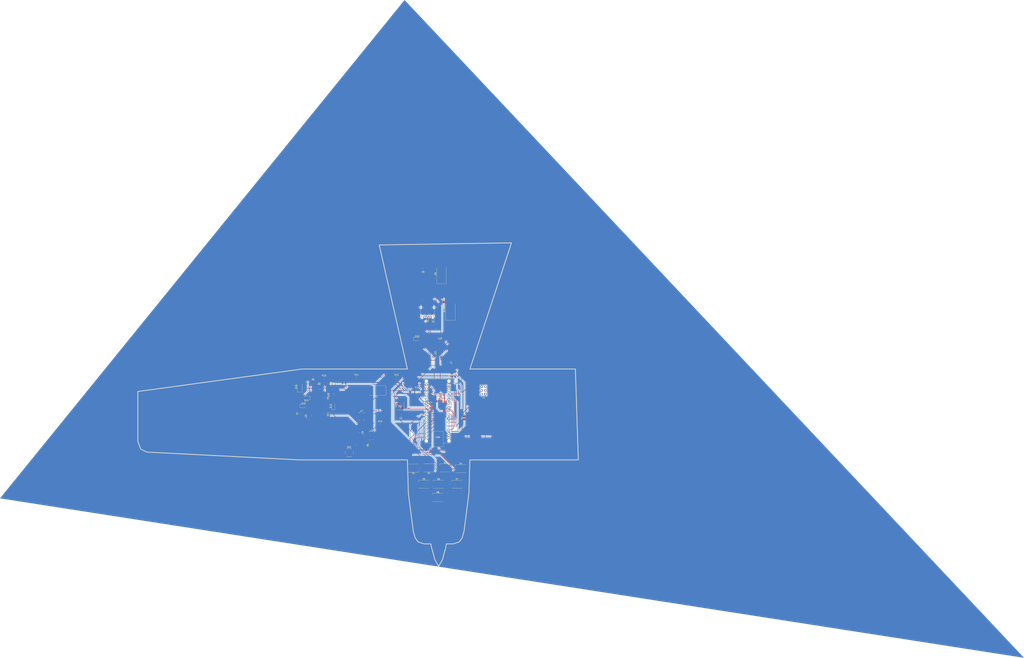
<source format=kicad_pcb>
(kicad_pcb (version 20240108) (generator "pcbnew") (generator_version "8.0")
  (layers (0 "F.Cu" signal) (31 "B.Cu" signal) (34 "B.Paste" user) (35 "F.Paste" user) (36 "B.SilkS" user "B.Silkscreen") (37 "F.SilkS" user "F.Silkscreen") (38 "B.Mask" user) (39 "F.Mask" user) (44 "Edge.Cuts" user))
  (net 0 "")
  (net 1 "VCC")
  (net 2 "Net-(U1-XTAL1{slash}PB6)")
  (net 3 "GND")
  (net 4 "Net-(U1-XTAL2{slash}PB7)")
  (net 5 "D12")
  (net 6 "D13")
  (net 7 "/RESET")
  (net 8 "D11")
  (net 9 "D0")
  (net 10 "A4")
  (net 11 "D5")
  (net 12 "D7")
  (net 13 "A2")
  (net 14 "D9")
  (net 15 "D2")
  (net 16 "A1")
  (net 17 "A0")
  (net 18 "A7")
  (net 19 "D1")
  (net 20 "D8")
  (net 21 "A5")
  (net 22 "A3")
  (net 23 "D4")
  (net 24 "D6")
  (net 25 "A6")
  (net 26 "D10")
  (net 27 "D3")
  (net 28 "AREF")
  (net 29 "Net-(U3-~{RTS})")
  (net 30 "VS")
  (net 31 "VDD")
  (net 48 "VBUS")
  (net 49 "Net-(D10-A)")
  (net 50 "Net-(D11-A)")
  (net 51 "Net-(J2-CC2)")
  (net 52 "/UD+")
  (net 57 "/UD-")
  (net 60 "Net-(J2-CC1)")
  (net 61 "Net-(U2-~{CS})")
  (net 70 "Vdrive")
  (net 71 "/USB_P")
  (net 72 "Net-(D14-A)")
  (net 73 "Net-(D14-K)")
  (net 74 "Net-(D15-K)")
  (net 75 "+BATT")
  (net 76 "Net-(U5-PROG)")
  (net 77 "Net-(U7-CSB-Pad4)")
  (footprint "Connector_USB:USB_C_Receptacle_Amphenol_12401548E4-2A" (layer "F.Cu") (at 157.5 64 180)
    (property "Reference" "J2")
    (property "Value" "USB_C_Receptacle_USB2.0_16P" (hide yes))
  )
  (footprint "Resistor_SMD:R_0805_2012Metric_Pad1.20x1.40mm_HandSolder" (layer "F.Cu") (at 125.5 140)
    (property "Reference" "R12")
    (property "Value" "4.7k")
  )
  (footprint "Capacitor_SMD:C_0805_2012Metric_Pad1.18x1.45mm_HandSolder" (layer "F.Cu") (at 173.9625 107 90)
    (property "Reference" "C8")
    (property "Value" "1 uF")
  )
  (footprint "LED_SMD:LED_WS2812_PLCC6_5.0x5.0mm_P1.6mm" (layer "F.Cu") (at 169.5 169.9)
    (property "Reference" "D3")
    (property "Value" "NeoPixel_THT")
  )
  (footprint "Diode_SMD:D_SMC_Handsoldering" (layer "F.Cu") (at 122.5 117.5 180)
    (property "Reference" "D11")
    (property "Value" "GREEN")
  )
  (footprint "Diode_SMD:D_1206_3216Metric_Pad1.42x1.75mm_HandSolder" (layer "F.Cu") (at 150.5125 82.5)
    (property "Reference" "D13")
    (property "Value" "LED")
  )
  (footprint "LED_SMD:LED_WS2812_PLCC6_5.0x5.0mm_P1.6mm" (layer "F.Cu") (at 180.05 170.4)
    (property "Reference" "D4")
    (property "Value" "NeoPixel_THT")
  )
  (footprint "Capacitor_SMD:C_0805_2012Metric_Pad1.18x1.45mm_HandSolder" (layer "F.Cu") (at 88.5 122.5 -90)
    (property "Reference" "C5")
    (property "Value" "1 uF")
  )
  (footprint "LED_SMD:LED_WS2812_PLCC6_5.0x5.0mm_P1.6mm" (layer "F.Cu") (at 158.5 169.9 180)
    (property "Reference" "D2")
    (property "Value" "NeoPixel_THT")
  )
  (footprint "Diode_SMD:D_SMC_Handsoldering" (layer "F.Cu") (at 167 38.4 90)
    (property "Reference" "D9")
    (property "Value" "C8678")
  )
  (footprint "Crystal:Crystal_SMD_3225-4Pin_3.2x2.5mm_HandSoldering" (layer "F.Cu") (at 139.35 127.95 90)
    (property "Reference" "Y1")
    (property "Value" "Crystal_GND24")
  )
  (footprint "Capacitor_SMD:C_0805_2012Metric_Pad1.18x1.45mm_HandSolder" (layer "F.Cu") (at 139.5375 134.5 180)
    (property "Reference" "C4")
    (property "Value" "12pF")
  )
  (footprint "Resistor_SMD:R_0805_2012Metric_Pad1.20x1.40mm_HandSolder" (layer "F.Cu") (at 182.5 136 90)
    (property "Reference" "R1")
    (property "Value" "100k")
  )
  (footprint "LED_SMD:LED_WS2812_PLCC6_5.0x5.0mm_P1.6mm" (layer "F.Cu") (at 155.05 181)
    (property "Reference" "D5")
    (property "Value" "NeoPixel_THT")
  )
  (footprint "LED_SMD:LED_WS2812_PLCC6_5.0x5.0mm_P1.6mm" (layer "F.Cu") (at 148 170 180)
    (property "Reference" "D1")
    (property "Value" "NeoPixel_THT")
  )
  (footprint "Resistor_SMD:R_0805_2012Metric_Pad1.20x1.40mm_HandSolder" (layer "F.Cu") (at 115.5 154.5 -90)
    (property "Reference" "R6")
    (property "Value" "10k")
  )
  (footprint "Package_QFP:TQFP-32_7x7mm_P0.8mm" (layer "F.Cu") (at 164.5 129)
    (property "Reference" "U1")
    (property "Value" "ATmega328P-A")
  )
  (footprint "Package_LGA:LGA-8_3x5mm_P1.25mm" (layer "F.Cu") (at 113 135)
    (property "Reference" "U7")
    (property "Value" "MS5607-02BA")
  )
  (footprint "Module:Arduino_Nano_WithMountingHoles" (layer "F.Cu") (at 156.76 113.56)
    (property "Reference" "A1")
    (property "Value" "Arduino_Nano_v3.x")
  )
  (footprint "Resistor_SMD:R_0805_2012Metric_Pad1.20x1.40mm_HandSolder" (layer "F.Cu") (at 167.5 57.5)
    (property "Reference" "R5")
    (property "Value" "330R")
  )
  (footprint "Resistor_SMD:R_0805_2012Metric_Pad1.20x1.40mm_HandSolder" (layer "F.Cu") (at 71 133 90)
    (property "Reference" "R7")
    (property "Value" "1k5")
  )
  (footprint "Button_Switch_SMD:SW_Push_1P1T_XKB_TS-1187A" (layer "F.Cu") (at 104.5 159.5)
    (property "Reference" "SW1")
    (property "Value" "SW_SPST")
  )
  (footprint "Capacitor_SMD:C_0805_2012Metric_Pad1.18x1.45mm_HandSolder" (layer "F.Cu") (at 139.5 122)
    (property "Reference" "C3")
    (property "Value" "12pF")
  )
  (footprint "Package_TO_SOT_SMD:TSOT-23-5" (layer "F.Cu") (at 77.45 134.6375 90)
    (property "Reference" "U5")
    (property "Value" "TP4057")
  )
  (footprint "Resistor_SMD:R_0805_2012Metric_Pad1.20x1.40mm_HandSolder" (layer "F.Cu") (at 156 72.5)
    (property "Reference" "R3")
    (property "Value" "5k1")
  )
  (footprint "Resistor_SMD:R_0805_2012Metric_Pad1.20x1.40mm_HandSolder" (layer "F.Cu") (at 161.5 72.5)
    (property "Reference" "R2")
    (property "Value" "5k1")
  )
  (footprint "Diode_SMD:D_1206_3216Metric_Pad1.42x1.75mm_HandSolder" (layer "F.Cu") (at 93.72 128.0125 90)
    (property "Reference" "D12")
    (property "Value" "LED")
  )
  (footprint "Diode_SMD:D_SMC_Handsoldering" (layer "F.Cu") (at 173 63 90)
    (property "Reference" "D10")
    (property "Value" "YELLOW")
  )
  (footprint "LED_SMD:LED_WS2812_PLCC6_5.0x5.0mm_P1.6mm" (layer "F.Cu") (at 165 181)
    (property "Reference" "D6")
    (property "Value" "NeoPixel_THT")
  )
  (footprint "Capacitor_SMD:C_0805_2012Metric_Pad1.18x1.45mm_HandSolder" (layer "F.Cu") (at 94 111 180)
    (property "Reference" "C11")
    (property "Value" "1 uF")
  )
  (footprint "Resistor_SMD:R_0805_2012Metric_Pad1.20x1.40mm_HandSolder" (layer "F.Cu") (at 80 108.5 180)
    (property "Reference" "R9")
    (property "Value" "1k")
  )
  (footprint "Capacitor_SMD:C_0805_2012Metric_Pad1.18x1.45mm_HandSolder" (layer "F.Cu") (at 149.9625 117)
    (property "Reference" "C1")
    (property "Value" "100 nF")
  )
  (footprint "Package_SO:SOP-8_3.9x4.9mm_P1.27mm" (layer "F.Cu") (at 166 92 90)
    (property "Reference" "U3")
    (property "Value" "CH340N")
  )
  (footprint "LED_SMD:LED_WS2812_PLCC6_5.0x5.0mm_P1.6mm" (layer "F.Cu") (at 164.5 189.9)
    (property "Reference" "D8")
    (property "Value" "NeoPixel_THT")
  )
  (footprint "Capacitor_SMD:C_0805_2012Metric_Pad1.18x1.45mm_HandSolder" (layer "F.Cu") (at 150 120.5)
    (property "Reference" "C2")
    (property "Value" "100 nF")
  )
  (footprint "Resistor_SMD:R_0805_2012Metric_Pad1.20x1.40mm_HandSolder" (layer "F.Cu") (at 88.5 133.5 -90)
    (property "Reference" "R11")
    (property "Value" "4.7k")
  )
  (footprint "Connector_PinHeader_2.54mm:PinHeader_2x03_P2.54mm_Vertical" (layer "F.Cu") (at 196.725 119.975 180)
    (property "Reference" "J1")
    (property "Value" "Conn_02x03_Odd_Even")
  )
  (footprint "Resistor_SMD:R_0805_2012Metric_Pad1.20x1.40mm_HandSolder" (layer "F.Cu") (at 90.5 112.5 -90)
    (property "Reference" "R8")
    (property "Value" "4k7")
  )
  (footprint "Diode_SMD:D_1206_3216Metric_Pad1.42x1.75mm_HandSolder" (layer "F.Cu") (at 75.5 122.5 180)
    (property "Reference" "D14")
    (property "Value" "RED")
  )
  (footprint "LED_SMD:LED_WS2812_PLCC6_5.0x5.0mm_P1.6mm" (layer "F.Cu") (at 177.55 180.9)
    (property "Reference" "D7")
    (property "Value" "NeoPixel_THT")
  )
  (footprint "Resistor_SMD:R_0805_2012Metric_Pad1.20x1.40mm_HandSolder" (layer "F.Cu") (at 101 112 180)
    (property "Reference" "R4")
    (property "Value" "330R")
  )
  (footprint "Package_TO_SOT_SMD:SOT-23-3" (layer "F.Cu") (at 92.6375 120.05 90)
    (property "Reference" "U6")
    (property "Value" "XC6206PxxxMR")
  )
  (footprint "Capacitor_SMD:C_0805_2012Metric_Pad1.18x1.45mm_HandSolder" (layer "F.Cu") (at 112 146 -90)
    (property "Reference" "C9")
    (property "Value" "0.1 uF")
  )
  (footprint "Diode_SMD:D_1206_3216Metric_Pad1.42x1.75mm_HandSolder" (layer "F.Cu") (at 73.5 128)
    (property "Reference" "D15")
    (property "Value" "GREEN")
  )
  (footprint "Resistor_SMD:R_0805_2012Metric_Pad1.20x1.40mm_HandSolder" (layer "F.Cu") (at 87.5 109)
    (property "Reference" "R10")
    (property "Value" "10k")
  )
  (footprint "Package_LGA:LGA-14_3x5mm_P0.8mm_LayoutBorder1x6y" (layer "F.Cu") (at 119.5 148.1)
    (property "Reference" "U2")
    (property "Value" "ADXL343")
  )
  (footprint "Diode_SMD:D_SMA" (layer "F.Cu") (at 71 115 90)
    (property "Reference" "D16")
    (property "Value" "C8678")
  )
  (footprint "Capacitor_SMD:C_0805_2012Metric_Pad1.18x1.45mm_HandSolder" (layer "F.Cu") (at 154.5 35.5 180)
    (property "Reference" "C6")
    (property "Value" "100 nF")
  )
  (footprint "Resistor_SMD:R_0805_2012Metric_Pad1.20x1.40mm_HandSolder" (layer "F.Cu") (at 109.5 108.5)
    (property "Reference" "R14")
    (property "Value" "1k")
  )
  (footprint "Capacitor_SMD:C_0805_2012Metric_Pad1.18x1.45mm_HandSolder" (layer "F.Cu") (at 166 84)
    (property "Reference" "C10")
    (property "Value" "100 nF")
  )
  (footprint "Package_TO_SOT_SMD:SOT-23" (layer "F.Cu") (at 84.4375 115.05)
    (property "Reference" "Q1")
    (property "Value" "AO3401A")
  )
  (footprint "Capacitor_SMD:C_0805_2012Metric_Pad1.18x1.45mm_HandSolder" (layer "F.Cu") (at 172 98.5 -90)
    (property "Reference" "C7")
    (property "Value" "100 nF")
  )
  (footprint "Resistor_SMD:R_0805_2012Metric_Pad1.20x1.40mm_HandSolder" (layer "F.Cu") (at 136.5 108.5)
    (property "Reference" "R13")
    (property "Value" "1k")
  )
  (gr_poly (pts (xy 186.236984 102.929542) (xy 257.674476 102.929542) (xy 259.658844 164.44516) (xy 186.236984 164.44516) (xy 185.575516 186.934726) (xy 182.26823 212.731617) (xy 180.945332 217.36182) (xy 178.960926 220.007656) (xy 174.992191 221.330555) (xy 170.361969 221.330555) (xy 169.700539 224.637859) (xy 169.039051 226.622226) (xy 167.716152 231.913936) (xy 165.070316 236.544101) (xy 162.42448 231.913936) (xy 161.101563 226.622226) (xy 160.440094 224.637859) (xy 159.778664 221.330555) (xy 155.148441 221.330555) (xy 151.179688 220.007656) (xy 149.19532 217.36182) (xy 147.872402 212.731617) (xy 144.565098 186.934726) (xy 143.903648 164.44516) (xy 70.481779 164.44516) (xy -32.70572 159.153507) (xy -36.674469 157.169101) (xy -38.658844 151.877449) (xy -38.658844 118.143089) (xy 72.466156 102.929542) (xy 143.903648 102.929542) (xy 124.820587 18.891256) (xy 214.395267 17.4559)) (stroke (width 0.6) (color 0 20 170 1)) (fill none) (layer "Edge.Cuts"))
  (segment (start 126.5 140) (end 126.5 150.5) (width 0.3) (layer "F.Cu") (net 1))
  (segment (start 166.5 78.5) (end 164.9625 80.0375) (width 0.3) (layer "F.Cu") (net 1))
  (segment (start 161.55 130.2) (end 160.25 130.2) (width 0.5) (layer "F.Cu") (net 1))
  (segment (start 109.625 161.375) (end 115.5 155.5) (width 0.3) (layer "F.Cu") (net 1))
  (segment (start 88.5 131.5) (end 90 130) (width 0.3) (layer "F.Cu") (net 1))
  (segment (start 147 117) (end 146.5 116.5) (width 0.5) (layer "F.Cu") (net 1))
  (segment (start 151.0375 121.0375) (end 153 123) (width 0.5) (layer "F.Cu") (net 1))
  (segment (start 162 129.75) (end 161.55 130.2) (width 0.5) (layer "F.Cu") (net 1))
  (segment (start 115.5 155.5) (end 90 130) (width 0.3) (layer "F.Cu") (net 1))
  (segment (start 90 130) (end 90 127) (width 0.3) (layer "F.Cu") (net 1))
  (segment (start 88.5 132.5) (end 88.5 131.5) (width 0.3) (layer "F.Cu") (net 1))
  (segment (start 97.775 117) (end 98.5 117) (width 0.3) (layer "F.Cu") (net 1))
  (segment (start 126.5 133.5) (end 126.5 140) (width 0.3) (layer "F.Cu") (net 1))
  (segment (start 102 114) (end 102 112) (width 0.3) (layer "F.Cu") (net 1))
  (segment (start 170 135.25) (end 169.25 136) (width 0.3) (layer "F.Cu") (net 1))
  (segment (start 182.5 134) (end 181.33 132.83) (width 0.3) (layer "F.Cu") (net 1))
  (segment (start 168.75 131) (end 169.85 131) (width 0.3) (layer "F.Cu") (net 1))
  (segment (start 162 129.05) (end 162 129.75) (width 0.5) (layer "F.Cu") (net 1))
  (segment (start 105.5 108.5) (end 102 112) (width 0.3) (layer "F.Cu") (net 1))
  (segment (start 155.5375 53.9625) (end 155.5 54) (width 0.3) (layer "F.Cu") (net 1))
  (segment (start 148.925 117) (end 151 117) (width 0.5) (layer "F.Cu") (net 1))
  (segment (start 164.095 91.405) (end 160.5 95) (width 0.3) (layer "F.Cu") (net 1))
  (segment (start 164.9625 80.0375) (end 164.9625 84) (width 0.3) (layer "F.Cu") (net 1))
  (segment (start 93.5875 123.4125) (end 93.5875 121.1875) (width 0.3) (layer "F.Cu") (net 1))
  (segment (start 108.5 108.5) (end 105.5 108.5) (width 0.3) (layer "F.Cu") (net 1))
  (segment (start 164.9625 84) (end 164.095 84.8675) (width 0.3) (layer "F.Cu") (net 1))
  (segment (start 95.0375 115.0375) (end 97.3875 117.3875) (width 0.3) (layer "F.Cu") (net 1))
  (segment (start 170 131.15) (end 170 135.25) (width 0.3) (layer "F.Cu") (net 1))
  (segment (start 160.5 54) (end 162 55.5) (width 0.3) (layer "F.Cu") (net 1))
  (segment (start 125.5 132.5) (end 126.5 133.5) (width 0.3) (layer "F.Cu") (net 1))
  (segment (start 97.3875 117.3875) (end 97.775 117) (width 0.3) (layer "F.Cu") (net 1))
  (segment (start 135.5 108.5) (end 135.5 110) (width 0.3) (layer "F.Cu") (net 1))
  (segment (start 161.55 128.6) (end 162 129.05) (width 0.5) (layer "F.Cu") (net 1))
  (segment (start 95.0375 111) (end 95.0375 115.0375) (width 0.3) (layer "F.Cu") (net 1))
  (segment (start 151.5 116.5) (end 151 117) (width 0.3) (layer "F.Cu") (net 1))
  (segment (start 181 146) (end 180 146) (width 0.3) (layer "F.Cu") (net 1))
  (segment (start 151.0375 120.5) (end 148.9625 120.5) (width 0.5) (layer "F.Cu") (net 1))
  (segment (start 169.25 136) (end 169.25 145.5) (width 0.3) (layer "F.Cu") (net 1))
  (segment (start 148.925 117) (end 148.925 120.4625) (width 0.5) (layer "F.Cu") (net 1))
  (segment (start 159 103) (end 152 110) (width 0.3) (layer "F.Cu") (net 1))
  (segment (start 181.33 132.83) (end 181 133.16) (width 0.3) (layer "F.Cu") (net 1))
  (segment (start 135.5 110) (end 137.5 112) (width 0.3) (layer "F.Cu") (net 1))
  (segment (start 113.95 131) (end 123 131) (width 0.3) (layer "F.Cu") (net 1))
  (segment (start 103 115) (end 102 114) (width 0.3) (layer "F.Cu") (net 1))
  (segment (start 152 110) (end 152 112.5) (width 0.3) (layer "F.Cu") (net 1))
  (segment (start 93.5875 121.1875) (end 97.3875 117.3875) (width 0.3) (layer "F.Cu") (net 1))
  (segment (start 182.5 135) (end 182.5 134) (width 0.3) (layer "F.Cu") (net 1))
  (segment (start 166.5 57.5) (end 166.5 78.5) (width 0.3) (layer "F.Cu") (net 1))
  (segment (start 148.925 117) (end 147 117) (width 0.5) (layer "F.Cu") (net 1))
  (segment (start 182.5 135) (end 182.5 137) (width 0.3) (layer "F.Cu") (net 1))
  (segment (start 170.33 146.58) (end 172 146.58) (width 0.3) (layer "F.Cu") (net 1))
  (segment (start 90 127) (end 93.5875 123.4125) (width 0.3) (layer "F.Cu") (net 1))
  (segment (start 111.7 133.25) (end 113.95 131) (width 0.3) (layer "F.Cu") (net 1))
  (segment (start 164.095 89.375) (end 164.095 91.405) (width 0.3) (layer "F.Cu") (net 1))
  (segment (start 125.5 131) (end 125.5 132.5) (width 0.3) (layer "F.Cu") (net 1))
  (segment (start 169.85 131) (end 170 131.15) (width 0.3) (layer "F.Cu") (net 1))
  (segment (start 141 115) (end 138 112) (width 0.5) (layer "F.Cu") (net 1))
  (segment (start 101.5 161.375) (end 107.5 161.375) (width 0.3) (layer "F.Cu") (net 1))
  (segment (start 194.185 119.975) (end 181.33 132.83) (width 0.3) (layer "F.Cu") (net 1))
  (segment (start 181 133.16) (end 181 146) (width 0.3) (layer "F.Cu") (net 1))
  (segment (start 107.5 161.375) (end 109.625 161.375) (width 0.3) (layer "F.Cu") (net 1))
  (segment (start 180 146) (end 179.42 146.58) (width 0.3) (layer "F.Cu") (net 1))
  (segment (start 179.42 146.58) (end 172 146.58) (width 0.3) (layer "F.Cu") (net 1))
  (segment (start 121.5 155.5) (end 115.5 155.5) (width 0.3) (layer "F.Cu") (net 1))
  (segment (start 169.25 145.5) (end 170.33 146.58) (width 0.3) (layer "F.Cu") (net 1))
  (segment (start 160.25 128.6) (end 161.55 128.6) (width 0.5) (layer "F.Cu") (net 1))
  (segment (start 155.5375 35.5) (end 155.5375 53.9625) (width 0.3) (layer "F.Cu") (net 1))
  (segment (start 153 116.5) (end 151.5 116.5) (width 0.3) (layer "F.Cu") (net 1))
  (segment (start 126.5 150.5) (end 121.5 155.5) (width 0.3) (layer "F.Cu") (net 1))
  (segment (start 155.5 54) (end 160.5 54) (width 0.3) (layer "F.Cu") (net 1))
  (segment (start 138 112) (end 137.5 112) (width 0.5) (layer "F.Cu") (net 1))
  (segment (start 137.5 112) (end 102 112) (width 0.5) (layer "F.Cu") (net 1))
  (segment (start 165 57.5) (end 166.5 57.5) (width 0.3) (layer "F.Cu") (net 1))
  (segment (start 164.095 84.8675) (end 164.095 89.375) (width 0.3) (layer "F.Cu") (net 1))
  (segment (start 148.925 120.4625) (end 148.9625 120.5) (width 0.5) (layer "F.Cu") (net 1))
  (segment (start 151.0375 120.5) (end 151.0375 121.0375) (width 0.5) (layer "F.Cu") (net 1))
  (via (at 159 103) (size 0.6) (drill 0.3) (layers "F.Cu" "B.Cu") (net 1))
  (via (at 160.25 128.6) (size 0.6) (drill 0.3) (layers "F.Cu" "B.Cu") (net 1))
  (via (at 146.5 116.5) (size 0.6) (drill 0.3) (layers "F.Cu" "B.Cu") (net 1))
  (via (at 153 116.5) (size 0.6) (drill 0.3) (layers "F.Cu" "B.Cu") (net 1))
  (via (at 160.5 95) (size 0.6) (drill 0.3) (layers "F.Cu" "B.Cu") (net 1))
  (via (at 152 112.5) (size 0.6) (drill 0.3) (layers "F.Cu" "B.Cu") (net 1))
  (via (at 165 57.5) (size 0.6) (drill 0.3) (layers "F.Cu" "B.Cu") (net 1))
  (via (at 98.5 117) (size 0.6) (drill 0.3) (layers "F.Cu" "B.Cu") (net 1))
  (via (at 162 55.5) (size 0.6) (drill 0.3) (layers "F.Cu" "B.Cu") (net 1))
  (via (at 153 123) (size 0.6) (drill 0.3) (layers "F.Cu" "B.Cu") (net 1))
  (via (at 141 115) (size 0.6) (drill 0.3) (layers "F.Cu" "B.Cu") (net 1))
  (via (at 123 131) (size 0.6) (drill 0.3) (layers "F.Cu" "B.Cu") (net 1))
  (via (at 103 115) (size 0.6) (drill 0.3) (layers "F.Cu" "B.Cu") (net 1))
  (via (at 125.5 131) (size 0.6) (drill 0.3) (layers "F.Cu" "B.Cu") (net 1))
  (segment (start 152 115.5) (end 153 116.5) (width 0.3) (layer "B.Cu") (net 1))
  (segment (start 98.5 117) (end 101 117) (width 0.3) (layer "B.Cu") (net 1))
  (segment (start 146.5 116.5) (end 142.5 116.5) (width 0.5) (layer "B.Cu") (net 1))
  (segment (start 155.01 125.01) (end 157.277767 125.01) (width 0.5) (layer "B.Cu") (net 1))
  (segment (start 157.277767 125.01) (end 160.25 127.982233) (width 0.5) (layer "B.Cu") (net 1))
  (segment (start 142.5 116.5) (end 141 115) (width 0.5) (layer "B.Cu") (net 1))
  (segment (start 153 123) (end 155.01 125.01) (width 0.5) (layer "B.Cu") (net 1))
  (segment (start 163 55.5) (end 165 57.5) (width 0.3) (layer "B.Cu") (net 1))
  (segment (start 160.5 95) (end 160.5 101.5) (width 0.3) (layer "B.Cu") (net 1))
  (segment (start 123 131) (end 125.5 131) (width 0.3) (layer "B.Cu") (net 1))
  (segment (start 162 55.5) (end 163 55.5) (width 0.3) (layer "B.Cu") (net 1))
  (segment (start 160.25 127.982233) (end 160.25 128.6) (width 0.5) (layer "B.Cu") (net 1))
  (segment (start 160.5 101.5) (end 159 103) (width 0.3) (layer "B.Cu") (net 1))
  (segment (start 152 112.5) (end 152 115.5) (width 0.3) (layer "B.Cu") (net 1))
  (segment (start 101 117) (end 103 115) (width 0.3) (layer "B.Cu") (net 1))
  (segment (start 136.5 126.5) (end 136 126) (width 0.3) (layer "F.Cu") (net 2))
  (segment (start 138.2 122.2625) (end 138.4625 122) (width 0.3) (layer "F.Cu") (net 2))
  (segment (start 138.2 126.5) (end 136.5 126.5) (width 0.3) (layer "F.Cu") (net 2))
  (segment (start 138.2 126.5) (end 138.2 122.2625) (width 0.3) (layer "F.Cu") (net 2))
  (via (at 160.25 131) (size 0.6) (drill 0.3) (layers "F.Cu" "B.Cu") (net 2))
  (via (at 136 126) (size 0.6) (drill 0.3) (layers "F.Cu" "B.Cu") (net 2))
  (segment (start 136 126) (end 137 126) (width 0.3) (layer "B.Cu") (net 2))
  (segment (start 141.19 130.19) (end 159.44 130.19) (width 0.3) (layer "B.Cu") (net 2))
  (segment (start 137 126) (end 141.19 130.19) (width 0.3) (layer "B.Cu") (net 2))
  (segment (start 159.44 130.19) (end 160.25 131) (width 0.3) (layer "B.Cu") (net 2))
  (segment (start 140.5 126.65) (end 138.2 128.95) (width 0.3) (layer "F.Cu") (net 3))
  (segment (start 167.0375 82.0375) (end 166.5 81.5) (width 0.3) (layer "F.Cu") (net 3))
  (segment (start 160.25 69.02) (end 160.25 69.6) (width 0.3) (layer "F.Cu") (net 3))
  (segment (start 138.2 128.95) (end 138.2 129.4) (width 0.3) (layer "F.Cu") (net 3))
  (segment (start 91.6875 121.1875) (end 91.6875 121.3125) (width 0.3) (layer "F.Cu") (net 3))
  (segment (start 140.5375 122) (end 140.5375 126.4625) (width 0.3) (layer "F.Cu") (net 3))
  (segment (start 77.45 137.45) (end 77.5 137.5) (width 0.3) (layer "F.Cu") (net 3))
  (segment (start 169.75 128.6) (end 169.85 128.5) (width 0.3) (layer "F.Cu") (net 3))
  (segment (start 76.5 137.5) (end 77.5 137.5) (width 0.3) (layer "F.Cu") (net 3))
  (segment (start 138.5 135) (end 140 136.5) (width 0.3) (layer "F.Cu") (net 3))
  (segment (start 167.05 169.9) (end 164.6 169.9) (width 0.3) (layer "F.Cu") (net 3))
  (segment (start 166.635 96.635) (end 167 97) (width 0.3) (layer "F.Cu") (net 3))
  (segment (start 107.5 157.625) (end 107.5 156) (width 0.3) (layer "F.Cu") (net 3))
  (segment (start 138.5 134.5) (end 138.5 129.7) (width 0.3) (layer "F.Cu") (net 3))
  (segment (start 115 147.0375) (end 118.3625 147.0375) (width 0.3) (layer "F.Cu") (net 3))
  (segment (start 173.9625 108.4625) (end 175 109.5) (width 0.3) (layer "F.Cu") (net 3))
  (segment (start 150.45 170) (end 152.5 170) (width 0.3) (layer "F.Cu") (net 3))
  (segment (start 158.6 129.4) (end 158.5 129.5) (width 0.3) (layer "F.Cu") (net 3))
  (segment (start 77.45 136.275) (end 77.45 137.45) (width 0.3) (layer "F.Cu") (net 3))
  (segment (start 138.5 129.7) (end 138.2 129.4) (width 0.3) (layer "F.Cu") (net 3))
  (segment (start 141.5 122) (end 142 122.5) (width 0.3) (layer "F.Cu") (net 3))
  (segment (start 138.5 134.5) (end 138.5 135) (width 0.3) (layer "F.Cu") (net 3))
  (segment (start 111.7 135.75) (end 109.75 135.75) (width 0.3) (layer "F.Cu") (net 3))
  (segment (start 164.6 169.9) (end 164 170.5) (width 0.3) (layer "F.Cu") (net 3))
  (segment (start 160.95 169.9) (end 160.7 169.9) (width 0.3) (layer "F.Cu") (net 3))
  (segment (start 162.55 181) (end 162.3 181) (width 0.3) (layer "F.Cu") (net 3))
  (segment (start 160.25 129.4) (end 158.6 129.4) (width 0.3) (layer "F.Cu") (net 3))
  (segment (start 154.5 72.5) (end 153.5 71.5) (width 0.3) (layer "F.Cu") (net 3))
  (segment (start 154.68 121.18) (end 154 120.5) (width 0.3) (layer "F.Cu") (net 3))
  (segment (start 152.6 181) (end 150 181) (width 0.3) (layer "F.Cu") (net 3))
  (segment (start 160.25 69.6) (end 160.5 69.85) (width 0.3) (layer "F.Cu") (net 3))
  (segment (start 161 182.3) (end 161 182.5) (width 0.3) (layer "F.Cu") (net 3))
  (segment (start 168.75 128.6) (end 169.75 128.6) (width 0.3) (layer "F.Cu") (net 3))
  (segment (start 175.1 180.9) (end 172.6 180.9) (width 0.3) (layer "F.Cu") (net 3))
  (segment (start 71 132) (end 76.5 137.5) (width 0.3) (layer "F.Cu") (net 3))
  (segment (start 140.5375 122) (end 141.5 122) (width 0.3) (layer "F.Cu") (net 3))
  (segment (start 115 147.0375) (end 115 148) (width 0.3) (layer "F.Cu") (net 3))
  (segment (start 162.5 72.5) (end 162.5 75) (width 0.3) (layer "F.Cu") (net 3))
  (segment (start 118.3625 147.0375) (end 118.5 146.9) (width 0.3) (layer "F.Cu") (net 3))
  (segment (start 162.3 181) (end 161 182.3) (width 0.3) (layer "F.Cu") (net 3))
  (segment (start 162.5 75) (end 163 75.5) (width 0.3) (layer "F.Cu") (net 3))
  (segment (start 101.5 157.625) (end 107.5 157.625) (width 0.3) (layer "F.Cu") (net 3))
  (segment (start 166.635 94.625) (end 166.635 96.635) (width 0.3) (layer "F.Cu") (net 3))
  (segment (start 153.425 54) (end 153.425 55.925) (width 0.3) (layer "F.Cu") (net 3))
  (segment (start 91.6875 121.3125) (end 90 123) (width 0.3) (layer "F.Cu") (net 3))
  (segment (start 140.5 126.5) (end 140.5 126.65) (width 0.3) (layer "F.Cu") (net 3))
  (segment (start 109.75 135.75) (end 109.5 136) (width 0.3) (layer "F.Cu") (net 3))
  (segment (start 153.425 55.925) (end 154 56.5) (width 0.3) (layer "F.Cu") (net 3))
  (segment (start 92.9625 111) (end 92.9625 116.4625) (width 0.3) (layer "F.Cu") (net 3))
  (segment (start 88.5 123.5375) (end 88.5375 123.5375) (width 0.3) (layer "F.Cu") (net 3))
  (segment (start 153.4625 53.9625) (end 153.425 54) (width 0.3) (layer "F.Cu") (net 3))
  (segment (start 88.5 109) (end 90.9625 109) (width 0.3) (layer "F.Cu") (net 3))
  (segment (start 172.6 180.9) (end 172.5 181) (width 0.3) (layer "F.Cu") (net 3))
  (segment (start 177.6 170.4) (end 174.6 170.4) (width 0.3) (layer "F.Cu") (net 3))
  (segment (start 156.76 121.18) (end 154.68 121.18) (width 0.3) (layer "F.Cu") (net 3))
  (segment (start 173.9625 108.0375) (end 173.9625 108.4625) (width 0.3) (layer "F.Cu") (net 3))
  (segment (start 160.7 169.9) (end 158.5 172.1) (width 0.3) (layer "F.Cu") (net 3))
  (segment (start 140.5375 126.4625) (end 140.5 126.5) (width 0.3) (layer "F.Cu") (net 3))
  (segment (start 88.5375 123.5375) (end 89 124) (width 0.3) (layer "F.Cu") (net 3))
  (segment (start 107.5 156) (end 109 154.5) (width 0.3) (layer "F.Cu") (net 3))
  (segment (start 167.0375 84) (end 167.0375 82.0375) (width 0.3) (layer "F.Cu") (net 3))
  (segment (start 90.9625 109) (end 92.9625 111) (width 0.3) (layer "F.Cu") (net 3))
  (segment (start 112 147.0375) (end 115 147.0375) (width 0.3) (layer "F.Cu") (net 3))
  (segment (start 92.9625 116.4625) (end 93 116.5) (width 0.3) (layer "F.Cu") (net 3))
  (segment (start 158.5 172.1) (end 158.5 173.5) (width 0.3) (layer "F.Cu") (net 3))
  (segment (start 153.4625 35.5) (end 153.4625 53.9625) (width 0.3) (layer "F.Cu") (net 3))
  (segment (start 155 72.5) (end 154.5 72.5) (width 0.3) (layer "F.Cu") (net 3))
  (segment (start 174.6 170.4) (end 174.5 170.5) (width 0.3) (layer "F.Cu") (net 3))
  (via (at 142 122.5) (size 0.6) (drill 0.3) (layers "F.Cu" "B.Cu") (net 3))
  (via (at 109.5 136) (size 0.6) (drill 0.3) (layers "F.Cu" "B.Cu") (net 3))
  (via (at 169.85 128.5) (size 0.6) (drill 0.3) (layers "F.Cu" "B.Cu") (net 3))
  (via (at 91.6875 121.1875) (size 0.6) (drill 0.3) (layers "F.Cu" "B.Cu") (net 3))
  (via (at 140 136.5) (size 0.6) (drill 0.3) (layers "F.Cu" "B.Cu") (net 3))
  (via (at 164 170.5) (size 0.6) (drill 0.3) (layers "F.Cu" "B.Cu") (net 3))
  (via (at 153.5 71.5) (size 0.6) (drill 0.3) (layers "F.Cu" "B.Cu") (net 3))
  (via (at 166.5 81.5) (size 0.6) (drill 0.3) (layers "F.Cu" "B.Cu") (net 3))
  (via (at 93 116.5) (size 0.6) (drill 0.3) (layers "F.Cu" "B.Cu") (net 3))
  (via (at 109 154.5) (size 0.6) (drill 0.3) (layers "F.Cu" "B.Cu") (net 3))
  (via (at 172.5 181) (size 0.6) (drill 0.3) (layers "F.Cu" "B.Cu") (net 3))
  (via (at 89 124) (size 0.6) (drill 0.3) (layers "F.Cu" "B.Cu") (net 3))
  (via (at 174.5 170.5) (size 0.6) (drill 0.3) (layers "F.Cu" "B.Cu") (net 3))
  (via (at 163 75.5) (size 0.6) (drill 0.3) (layers "F.Cu" "B.Cu") (net 3))
  (via (at 77.5 137.5) (size 0.6) (drill 0.3) (layers "F.Cu" "B.Cu") (net 3))
  (via (at 115 148) (size 0.6) (drill 0.3) (layers "F.Cu" "B.Cu") (net 3))
  (via (at 161 182.5) (size 0.6) (drill 0.3) (layers "F.Cu" "B.Cu") (net 3))
  (via (at 158.5 129.5) (size 0.6) (drill 0.3) (layers "F.Cu" "B.Cu") (net 3))
  (via (at 154 56.5) (size 0.6) (drill 0.3) (layers "F.Cu" "B.Cu") (net 3))
  (via (at 152.5 170) (size 0.6) (drill 0.3) (layers "F.Cu" "B.Cu") (net 3))
  (via (at 90 123) (size 0.6) (drill 0.3) (layers "F.Cu" "B.Cu") (net 3))
  (via (at 154 120.5) (size 0.6) (drill 0.3) (layers "F.Cu" "B.Cu") (net 3))
  (via (at 160.5 69.85) (size 0.6) (drill 0.3) (layers "F.Cu" "B.Cu") (net 3))
  (via (at 150 181) (size 0.6) (drill 0.3) (layers "F.Cu" "B.Cu") (net 3))
  (via (at 167 97) (size 0.6) (drill 0.3) (layers "F.Cu" "B.Cu") (net 3))
  (via (at 175 109.5) (size 0.6) (drill 0.3) (layers "F.Cu" "B.Cu") (net 3))
  (via (at 158.5 173.5) (size 0.6) (drill 0.3) (layers "F.Cu" "B.Cu") (net 3))
  (segment (start 93 116.5) (end 93 119.875) (width 0.3) (layer "B.Cu") (net 3))
  (segment (start 140 136.5) (end 141.5 136.5) (width 0.3) (layer "B.Cu") (net 3))
  (segment (start 164 170.5) (end 164 172) (width 0.3) (layer "B.Cu") (net 3))
  (segment (start 109.5 136) (end 109 136) (width 0.3) (layer "B.Cu") (net 3))
  (segment (start 77.5 137.5) (end 77.5 138.5) (width 0.3) (layer "B.Cu") (net 3))
  (segment (start 93 119.875) (end 91.6875 121.1875) (width 0.3) (layer "B.Cu") (net 3))
  (segment (start 163 75.5) (end 163 76) (width 0.3) (layer "B.Cu") (net 3))
  (segment (start 158.5 173.5) (end 158.5 174.5) (width 0.3) (layer "B.Cu") (net 3))
  (segment (start 154 56.5) (end 155 56.5) (width 0.3) (layer "B.Cu") (net 3))
  (segment (start 90 123) (end 89 124) (width 0.3) (layer "B.Cu") (net 3))
  (segment (start 152.5 170.5) (end 153 171) (width 0.3) (layer "B.Cu") (net 3))
  (segment (start 163 76) (end 163.5 76.5) (width 0.3) (layer "B.Cu") (net 3))
  (segment (start 109 136) (end 108.5 136.5) (width 0.3) (layer "B.Cu") (net 3))
  (segment (start 154.5 120) (end 154.5 119.5) (width 0.3) (layer "B.Cu") (net 3))
  (segment (start 167 97.5) (end 167.5 98) (width 0.3) (layer "B.Cu") (net 3))
  (segment (start 154 120.5) (end 154.5 120) (width 0.3) (layer "B.Cu") (net 3))
  (segment (start 166.5 81.5) (end 167 81) (width 0.3) (layer "B.Cu") (net 3))
  (segment (start 152.5 170) (end 152.5 170.5) (width 0.3) (layer "B.Cu") (net 3))
  (segment (start 160.5 69.85) (end 160.5 70.5) (width 0.3) (layer "B.Cu") (net 3))
  (segment (start 153.5 71.5) (end 154 71) (width 0.3) (layer "B.Cu") (net 3))
  (segment (start 160.5 70.5) (end 161 71) (width 0.3) (layer "B.Cu") (net 3))
  (segment (start 157.325 130.05) (end 159.075 131.8) (width 0.5) (layer "F.Cu") (net 4))
  (segment (start 141.15 130.05) (end 157.325 130.05) (width 0.5) (layer "F.Cu") (net 4))
  (segment (start 140.575 129.475) (end 140.5 129.4) (width 0.3) (layer "F.Cu") (net 4))
  (segment (start 140.5 129.4) (end 141.15 130.05) (width 0.5) (layer "F.Cu") (net 4))
  (segment (start 159.075 131.8) (end 160.25 131.8) (width 0.5) (layer "F.Cu") (net 4))
  (segment (start 140.575 134.5) (end 140.575 129.475) (width 0.3) (layer "F.Cu") (net 4))
  (segment (start 167.3 133.25) (end 167.3 138.58) (width 0.3) (layer "F.Cu") (net 5))
  (segment (start 149.5 158) (end 149.5 150.5) (width 0.3) (layer "F.Cu") (net 5))
  (segment (start 196.725 157.775) (end 196.5 158) (width 0.3) (layer "F.Cu") (net 5))
  (segment (start 150.88 149.12) (end 156.76 149.12) (width 0.3) (layer "F.Cu") (net 5))
  (segment (start 196.725 119.975) (end 196.725 157.775) (width 0.3) (layer "F.Cu") (net 5))
  (segment (start 196.5 158) (end 149.5 158) (width 0.3) (layer "F.Cu") (net 5))
  (segment (start 149.5 150.5) (end 150.88 149.12) (width 0.3) (layer "F.Cu") (net 5))
  (segment (start 167.3 138.58) (end 156.76 149.12) (width 0.3) (layer "F.Cu") (net 5))
  (segment (start 183.5 148.5) (end 182.88 149.12) (width 0.3) (layer "F.Cu") (net 6))
  (segment (start 168.75 145.87) (end 172 149.12) (width 0.3) (layer "F.Cu") (net 6))
  (segment (start 196.725 117.435) (end 198.935 117.435) (width 0.3) (layer "F.Cu") (net 6))
  (segment (start 199 117.5) (end 199 118) (width 0.3) (layer "F.Cu") (net 6))
  (segment (start 199 118) (end 200 119) (width 0.3) (layer "F.Cu") (net 6))
  (segment (start 198.935 117.435) (end 199 117.5) (width 0.3) (layer "F.Cu") (net 6))
  (segment (start 168.75 131.8) (end 168.75 145.87) (width 0.3) (layer "F.Cu") (net 6))
  (segment (start 182.88 149.12) (end 172 149.12) (width 0.3) (layer "F.Cu") (net 6))
  (segment (start 200 119) (end 200 148.5) (width 0.3) (layer "F.Cu") (net 6))
  (segment (start 194.5 148.5) (end 185.5 148.5) (width 0.3) (layer "F.Cu") (net 6))
  (via (at 194.5 148.5) (size 0.6) (drill 0.3) (layers "F.Cu" "B.Cu") (net 6))
  (via (at 183.5 148.5) (size 0.6) (drill 0.3) (layers "F.Cu" "B.Cu") (net 6))
  (via (at 200 148.5) (size 0.6) (drill 0.3) (layers "F.Cu" "B.Cu") (net 6))
  (via (at 185.5 148.5) (size 0.6) (drill 0.3) (layers "F.Cu" "B.Cu") (net 6))
  (segment (start 200 148.5) (end 194.5 148.5) (width 0.3) (layer "B.Cu") (net 6))
  (segment (start 185.5 148.5) (end 183.5 148.5) (width 0.3) (layer "B.Cu") (net 6))
  (segment (start 185.5 114.5) (end 181.5 118.5) (width 0.3) (layer "F.Cu") (net 7))
  (segment (start 180.5 118.5) (end 179.5 118.5) (width 0.3) (layer "F.Cu") (net 7))
  (segment (start 200.5 115) (end 200.5 110.5) (width 0.3) (layer "F.Cu") (net 7))
  (segment (start 172 99.5375) (end 180.5 108.0375) (width 0.3) (layer "F.Cu") (net 7))
  (segment (start 181.5 118.5) (end 180.5 118.5) (width 0.3) (layer "F.Cu") (net 7))
  (segment (start 189.5 110.5) (end 185.5 114.5) (width 0.3) (layer "F.Cu") (net 7))
  (segment (start 200.5 110.5) (end 189.5 110.5) (width 0.3) (layer "F.Cu") (net 7))
  (segment (start 200.395 114.895) (end 200.5 115) (width 0.3) (layer "F.Cu") (net 7))
  (segment (start 180.5 108.0375) (end 180.5 118.5) (width 0.3) (layer "F.Cu") (net 7))
  (segment (start 196.725 114.895) (end 200.395 114.895) (width 0.3) (layer "F.Cu") (net 7))
  (via (at 179.5 118.5) (size 0.6) (drill 0.3) (layers "F.Cu" "B.Cu") (net 7))
  (segment (start 179.5 118.5) (end 178.5 118.5) (width 0.3) (layer "B.Cu") (net 7))
  (segment (start 178.5 118.5) (end 178.36 118.64) (width 0.3) (layer "B.Cu") (net 7))
  (segment (start 178.36 118.64) (end 172 118.64) (width 0.3) (layer "B.Cu") (net 7))
  (segment (start 194.185 117.435) (end 184.5 127.12) (width 0.3) (layer "F.Cu") (net 8))
  (segment (start 184.5 131.5) (end 184.5 157) (width 0.3) (layer "F.Cu") (net 8))
  (segment (start 184.5 127.12) (end 184.5 128) (width 0.3) (layer "F.Cu") (net 8))
  (segment (start 150.5 157.5) (end 150.5 151.5) (width 0.3) (layer "F.Cu") (net 8))
  (segment (start 166.5 133.25) (end 166.5 136.84) (width 0.3) (layer "F.Cu") (net 8))
  (segment (start 184 157.5) (end 150.5 157.5) (width 0.3) (layer "F.Cu") (net 8))
  (segment (start 184.5 157) (end 184 157.5) (width 0.3) (layer "F.Cu") (net 8))
  (segment (start 166.5 136.84) (end 156.76 146.58) (width 0.3) (layer "F.Cu") (net 8))
  (segment (start 151.92 146.58) (end 156.76 146.58) (width 0.3) (layer "F.Cu") (net 8))
  (segment (start 150.5 148) (end 151.92 146.58) (width 0.3) (layer "F.Cu") (net 8))
  (via (at 184.5 128) (size 0.6) (drill 0.3) (layers "F.Cu" "B.Cu") (net 8))
  (via (at 184.5 131.5) (size 0.6) (drill 0.3) (layers "F.Cu" "B.Cu") (net 8))
  (via (at 150.5 151.5) (size 0.6) (drill 0.3) (layers "F.Cu" "B.Cu") (net 8))
  (via (at 150.5 148) (size 0.6) (drill 0.3) (layers "F.Cu" "B.Cu") (net 8))
  (segment (start 184.5 128) (end 184.5 131.5) (width 0.3) (layer "B.Cu") (net 8))
  (segment (start 150.5 151.5) (end 150.5 148) (width 0.3) (layer "B.Cu") (net 8))
  (segment (start 163.1 116.1) (end 163.1 115.6) (width 0.3) (layer "F.Cu") (net 9))
  (segment (start 166.635 87.635) (end 166.635 89.375) (width 0.3) (layer "F.Cu") (net 9))
  (segment (start 126.9 117.5) (end 142.5 117.5) (width 0.3) (layer "F.Cu") (net 9))
  (segment (start 93.72 129.5) (end 114.9 129.5) (width 0.3) (layer "F.Cu") (net 9))
  (segment (start 169.5 89) (end 169.5 87.5) (width 0.3) (layer "F.Cu") (net 9))
  (segment (start 163.3 124.75) (end 163.3 116.7) (width 0.3) (layer "F.Cu") (net 9))
  (segment (start 170.5 90.5) (end 170.5 90) (width 0.3) (layer "F.Cu") (net 9))
  (segment (start 166.15 112.55) (end 166.15 100) (width 0.3) (layer "F.Cu") (net 9))
  (segment (start 114.9 129.5) (end 126.9 117.5) (width 0.3) (layer "F.Cu") (net 9))
  (segment (start 166.5 87.5) (end 166.635 87.635) (width 0.3) (layer "F.Cu") (net 9))
  (segment (start 142.5 117.5) (end 145 115) (width 0.3) (layer "F.Cu") (net 9))
  (segment (start 163.1 116.1) (end 156.76 116.1) (width 0.3) (layer "F.Cu") (net 9))
  (segment (start 163.1 115.6) (end 166.15 112.55) (width 0.3) (layer "F.Cu") (net 9))
  (segment (start 169.5 87.5) (end 166.5 87.5) (width 0.3) (layer "F.Cu") (net 9))
  (segment (start 170.5 90) (end 169.5 89) (width 0.3) (layer "F.Cu") (net 9))
  (segment (start 163.5 116.5) (end 163.1 116.1) (width 0.3) (layer "F.Cu") (net 9))
  (segment (start 153 115) (end 154.1 116.1) (width 0.3) (layer "F.Cu") (net 9))
  (segment (start 145 115) (end 153 115) (width 0.3) (layer "F.Cu") (net 9))
  (segment (start 154.1 116.1) (end 156.76 116.1) (width 0.3) (layer "F.Cu") (net 9))
  (segment (start 163.3 116.7) (end 163.5 116.5) (width 0.3) (layer "F.Cu") (net 9))
  (via (at 170.5 90.5) (size 0.6) (drill 0.3) (layers "F.Cu" "B.Cu") (net 9))
  (via (at 166.15 100) (size 0.6) (drill 0.3) (layers "F.Cu" "B.Cu") (net 9))
  (segment (start 166.15 94.85) (end 170.5 90.5) (width 0.3) (layer "B.Cu") (net 9))
  (segment (start 166.15 100) (end 166.15 94.85) (width 0.3) (layer "B.Cu") (net 9))
  (segment (start 109.5 140) (end 120 140) (width 0.3) (layer "F.Cu") (net 10))
  (segment (start 153.5 107) (end 154 106.5) (width 0.3) (layer "F.Cu") (net 10))
  (segment (start 88.5 134.5) (end 92 134.5) (width 0.3) (layer "F.Cu") (net 10))
  (segment (start 119.599999 139.5) (end 120.5 139.5) (width 0.3) (layer "F.Cu") (net 10))
  (segment (start 120 140) (end 120.5 139.5) (width 0.3) (layer "F.Cu") (net 10))
  (segment (start 165.7 124.75) (end 165.7 121.3) (width 0.3) (layer "F.Cu") (net 10))
  (segment (start 128 107) (end 153.5 107) (width 0.3) (layer "F.Cu") (net 10))
  (segment (start 114.599999 134.5) (end 119.599999 139.5) (width 0.3) (layer "F.Cu") (net 10))
  (segment (start 120.5 139.5) (end 121.5 139.5) (width 0.3) (layer "F.Cu") (net 10))
  (segment (start 110.5 108.5) (end 126.5 108.5) (width 0.3) (layer "F.Cu") (net 10))
  (segment (start 176.5 106.5) (end 178.5 108.5) (width 0.3) (layer "F.Cu") (net 10))
  (segment (start 165.7 121.3) (end 166 121) (width 0.3) (layer "F.Cu") (net 10))
  (segment (start 120.5 146.1) (end 120.5 145.5) (width 0.3) (layer "F.Cu") (net 10))
  (segment (start 126.5 108.5) (end 128 107) (width 0.3) (layer "F.Cu") (net 10))
  (segment (start 114 134.5) (end 114.599999 134.5) (width 0.3) (layer "F.Cu") (net 10))
  (segment (start 120.5 145.5) (end 121.5 144.5) (width 0.3) (layer "F.Cu") (net 10))
  (segment (start 178.5 108.5) (end 179 108.5) (width 0.3) (layer "F.Cu") (net 10))
  (via (at 128 107) (size 0.6) (drill 0.3) (layers "F.Cu" "B.Cu") (net 10))
  (via (at 166 121) (size 0.6) (drill 0.3) (layers "F.Cu" "B.Cu") (net 10))
  (via (at 176.5 106.5) (size 0.6) (drill 0.3) (layers "F.Cu" "B.Cu") (net 10))
  (via (at 109.5 140) (size 0.6) (drill 0.3) (layers "F.Cu" "B.Cu") (net 10))
  (via (at 179 108.5) (size 0.6) (drill 0.3) (layers "F.Cu" "B.Cu") (net 10))
  (via (at 121.5 139.5) (size 0.6) (drill 0.3) (layers "F.Cu" "B.Cu") (net 10))
  (via (at 92 134.5) (size 0.6) (drill 0.3) (layers "F.Cu" "B.Cu") (net 10))
  (via (at 154 106.5) (size 0.6) (drill 0.3) (layers "F.Cu" "B.Cu") (net 10))
  (via (at 121.5 144.5) (size 0.6) (drill 0.3) (layers "F.Cu" "B.Cu") (net 10))
  (segment (start 178.207107 145.5) (end 172.546346 145.5) (width 0.3) (layer "B.Cu") (net 10))
  (segment (start 121.5 144.5) (end 121.5 139.5) (width 0.3) (layer "B.Cu") (net 10))
  (segment (start 164 121.5) (end 164 129.5) (width 0.3) (layer "B.Cu") (net 10))
  (segment (start 154 106.5) (end 176.5 106.5) (width 0.3) (layer "B.Cu") (net 10))
  (segment (start 170.35 144.35) (end 170.35 132.99) (width 0.3) (layer "B.Cu") (net 10))
  (segment (start 179 108.5) (end 182.5 112) (width 0.3) (layer "B.Cu") (net 10))
  (segment (start 92 134.5) (end 104 134.5) (width 0.3) (layer "B.Cu") (net 10))
  (segment (start 121.5 113.5) (end 128 107) (width 0.3) (layer "B.Cu") (net 10))
  (segment (start 182.5 141.207107) (end 178.207107 145.5) (width 0.3) (layer "B.Cu") (net 10))
  (segment (start 182.5 112) (end 182.5 141.207107) (width 0.3) (layer "B.Cu") (net 10))
  (segment (start 170.35 132.99) (end 172 131.34) (width 0.3) (layer "B.Cu") (net 10))
  (segment (start 121.5 139.5) (end 121.5 113.5) (width 0.3) (layer "B.Cu") (net 10))
  (segment (start 171.43 145.43) (end 170.35 144.35) (width 0.3) (layer "B.Cu") (net 10))
  (segment (start 166.16 131.34) (end 172 131.34) (width 0.3) (layer "B.Cu") (net 10))
  (segment (start 166 131.5) (end 166.16 131.34) (width 0.3) (layer "B.Cu") (net 10))
  (segment (start 104 134.5) (end 109.5 140) (width 0.3) (layer "B.Cu") (net 10))
  (segment (start 166 121) (end 164.5 121) (width 0.3) (layer "B.Cu") (net 10))
  (segment (start 164 129.5) (end 166 131.5) (width 0.3) (layer "B.Cu") (net 10))
  (segment (start 164.5 121) (end 164 121.5) (width 0.3) (layer "B.Cu") (net 10))
  (segment (start 172.546346 145.5) (end 172.476346 145.43) (width 0.3) (layer "B.Cu") (net 10))
  (segment (start 172.476346 145.43) (end 171.43 145.43) (width 0.3) (layer "B.Cu") (net 10))
  (segment (start 152 136.1) (end 156.76 131.34) (width 0.3) (layer "F.Cu") (net 11))
  (segment (start 167.45 182.6) (end 167.7 182.6) (width 0.3) (layer "F.Cu") (net 11))
  (segment (start 169 176.419239) (end 163 170.419239) (width 0.3) (layer "F.Cu") (net 11))
  (segment (start 163 166.5) (end 156 159.5) (width 0.3) (layer "F.Cu") (net 11))
  (segment (start 163 170) (end 163 166.5) (width 0.3) (layer "F.Cu") (net 11))
  (segment (start 152 141) (end 152 136.1) (width 0.3) (layer "F.Cu") (net 11))
  (segment (start 169 181.3) (end 169 176.419239) (width 0.3) (layer "F.Cu") (net 11))
  (segment (start 167.7 182.6) (end 169 181.3) (width 0.3) (layer "F.Cu") (net 11))
  (segment (start 158.67 133.25) (end 156.76 131.34) (width 0.3) (layer "F.Cu") (net 11))
  (segment (start 161.7 133.25) (end 158.67 133.25) (width 0.3) (layer "F.Cu") (net 11))
  (segment (start 163 170.419239) (end 163 170) (width 0.3) (layer "F.Cu") (net 11))
  (via (at 152 141) (size 0.6) (drill 0.3) (layers "F.Cu" "B.Cu") (net 11))
  (via (at 156 159.5) (size 0.6) (drill 0.3) (layers "F.Cu" "B.Cu") (net 11))
  (segment (start 156 159.5) (end 152 155.5) (width 0.3) (layer "B.Cu") (net 11))
  (segment (start 152 155.5) (end 152 141) (width 0.3) (layer "B.Cu") (net 11))
  (segment (start 164 173) (end 163 172) (width 0.3) (layer "F.Cu") (net 12))
  (segment (start 163.3 133.25) (end 163.3 134.35) (width 0.3) (layer "F.Cu") (net 12))
  (segment (start 167.2 191.5) (end 169.5 189.2) (width 0.3) (layer "F.Cu") (net 12))
  (segment (start 163.3 134.35) (end 161.23 136.42) (width 0.3) (layer "F.Cu") (net 12))
  (segment (start 169.5 189.2) (end 169.5 186.6) (width 0.3) (layer "F.Cu") (net 12))
  (segment (start 161.23 136.42) (end 156.76 136.42) (width 0.3) (layer "F.Cu") (net 12))
  (segment (start 166.95 191.5) (end 167.2 191.5) (width 0.3) (layer "F.Cu") (net 12))
  (segment (start 164 181.1) (end 164 173) (width 0.3) (layer "F.Cu") (net 12))
  (segment (start 169.5 186.6) (end 164 181.1) (width 0.3) (layer "F.Cu") (net 12))
  (via (at 163 172) (size 0.6) (drill 0.3) (layers "F.Cu" "B.Cu") (net 12))
  (segment (start 154.15 137.15) (end 154 137) (width 0.3) (layer "B.Cu") (net 12))
  (segment (start 151.730761 140.35) (end 152.269239 140.35) (width 0.3) (layer "B.Cu") (net 12))
  (segment (start 152.65 140.730761) (end 152.65 150.15) (width 0.3) (layer "B.Cu") (net 12))
  (segment (start 153.15 150.65) (end 153.85 150.65) (width 0.3) (layer "B.Cu") (net 12))
  (segment (start 153.85 150.65) (end 154.15 150.35) (width 0.3) (layer "B.Cu") (net 12))
  (segment (start 155.65 160.15) (end 154.646447 159.146447) (width 0.3) (layer "B.Cu") (net 12))
  (segment (start 154.15 150.35) (end 154.15 137.15) (width 0.3) (layer "B.Cu") (net 12))
  (segment (start 163 172) (end 163 164.080761) (width 0.3) (layer "B.Cu") (net 12))
  (segment (start 154.58 136.42) (end 156.76 136.42) (width 0.3) (layer "B.Cu") (net 12))
  (segment (start 154.646447 159.146447) (end 154.646447 158.853554) (width 0.3) (layer "B.Cu") (net 12))
  (segment (start 151.35 140.730761) (end 151.730761 140.35) (width 0.3) (layer "B.Cu") (net 12))
  (segment (start 151.35 155.557107) (end 151.35 140.730761) (width 0.3) (layer "B.Cu") (net 12))
  (segment (start 154.646447 158.853554) (end 151.35 155.557107) (width 0.3) (layer "B.Cu") (net 12))
  (segment (start 163 164.080761) (end 159.069239 160.15) (width 0.3) (layer "B.Cu") (net 12))
  (segment (start 154 137) (end 154.58 136.42) (width 0.3) (layer "B.Cu") (net 12))
  (segment (start 152.269239 140.35) (end 152.65 140.730761) (width 0.3) (layer "B.Cu") (net 12))
  (segment (start 152.65 150.15) (end 153.15 150.65) (width 0.3) (layer "B.Cu") (net 12))
  (segment (start 159.069239 160.15) (end 155.65 160.15) (width 0.3) (layer "B.Cu") (net 12))
  (segment (start 167.3 122.3) (end 167 122) (width 0.3) (layer "F.Cu") (net 13))
  (segment (start 167.3 124.75) (end 167.3 122.3) (width 0.3) (layer "F.Cu") (net 13))
  (via (at 167 122) (size 0.6) (drill 0.3) (layers "F.Cu" "B.Cu") (net 13))
  (segment (start 175.5 136) (end 175 136) (width 0.3) (layer "B.Cu") (net 13))
  (segment (start 167 122) (end 167.57 122.57) (width 0.3) (layer "B.Cu") (net 13))
  (segment (start 175.5 125.5) (end 175.5 136) (width 0.3) (layer "B.Cu") (net 13))
  (segment (start 172.57 122.57) (end 175.5 125.5) (width 0.3) (layer "B.Cu") (net 13))
  (segment (start 174.58 136.42) (end 172 136.42) (width 0.3) (layer "B.Cu") (net 13))
  (segment (start 175 136) (end 174.58 136.42) (width 0.3) (layer "B.Cu") (net 13))
  (segment (start 167.57 122.57) (end 172.57 122.57) (width 0.3) (layer "B.Cu") (net 13))
  (segment (start 157.75 141.5) (end 156.76 141.5) (width 0.3) (layer "F.Cu") (net 14))
  (segment (start 164.9 134.35) (end 157.75 141.5) (width 0.3) (layer "F.Cu") (net 14))
  (segment (start 164.9 133.25) (end 164.9 134.35) (width 0.3) (layer "F.Cu") (net 14))
  (segment (start 173.5 167.9) (end 165.1 159.5) (width 0.3) (layer "F.Cu") (net 15))
  (segment (start 173.5 170.3) (end 173.5 167.9) (width 0.3) (layer "F.Cu") (net 15))
  (segment (start 165.1 159.5) (end 157 159.5) (width 0.3) (layer "F.Cu") (net 15))
  (segment (start 157.79 124.75) (end 156.76 123.72) (width 0.3) (layer "F.Cu") (net 15))
  (segment (start 161.7 124.75) (end 157.79 124.75) (width 0.3) (layer "F.Cu") (net 15))
  (segment (start 172.3 171.5) (end 173.5 170.3) (width 0.3) (layer "F.Cu") (net 15))
  (segment (start 171.95 171.5) (end 172.3 171.5) (width 0.3) (layer "F.Cu") (net 15))
  (via (at 157 159.5) (size 0.6) (drill 0.3) (layers "F.Cu" "B.Cu") (net 15))
  (segment (start 157 159.5) (end 160.9 155.6) (width 0.3) (layer "B.Cu") (net 15))
  (segment (start 152.35 122.730761) (end 152.730761 122.35) (width 0.3) (layer "B.Cu") (net 15))
  (segment (start 160.9 155.6) (end 160.9 130.730761) (width 0.3) (layer "B.Cu") (net 15))
  (segment (start 152.730761 122.35) (end 155.39 122.35) (width 0.3) (layer "B.Cu") (net 15))
  (segment (start 155.39 122.35) (end 156.76 123.72) (width 0.3) (layer "B.Cu") (net 15))
  (segment (start 160.9 130.730761) (end 157.579239 127.41) (width 0.3) (layer "B.Cu") (net 15))
  (segment (start 157.579239 127.41) (end 156.283654 127.41) (width 0.3) (layer "B.Cu") (net 15))
  (segment (start 152.35 123.476346) (end 152.35 122.730761) (width 0.3) (layer "B.Cu") (net 15))
  (segment (start 156.283654 127.41) (end 152.35 123.476346) (width 0.3) (layer "B.Cu") (net 15))
  (segment (start 172.476346 112.41) (end 177 116.933654) (width 0.3) (layer "F.Cu") (net 16))
  (segment (start 168.75 126.2) (end 168.75 113.75) (width 0.3) (layer "F.Cu") (net 16))
  (segment (start 170.09 112.41) (end 172.476346 112.41) (width 0.3) (layer "F.Cu") (net 16))
  (segment (start 168.75 113.75) (end 170.09 112.41) (width 0.3) (layer "F.Cu") (net 16))
  (segment (start 177 116.933654) (end 177 139) (width 0.3) (layer "F.Cu") (net 16))
  (segment (start 177 139) (end 176.5 139) (width 0.3) (layer "F.Cu") (net 16))
  (segment (start 176.5 139) (end 176.46 138.96) (width 0.3) (layer "F.Cu") (net 16))
  (segment (start 176.46 138.96) (end 172 138.96) (width 0.3) (layer "F.Cu") (net 16))
  (segment (start 169.5 115) (end 169.55 114.95) (width 0.3) (layer "F.Cu") (net 17))
  (segment (start 170 126.85) (end 170 125.5) (width 0.3) (layer "F.Cu") (net 17))
  (segment (start 176 140) (end 176 141.5) (width 0.3) (layer "F.Cu") (net 17))
  (segment (start 176 141.5) (end 172 141.5) (width 0.3) (layer "F.Cu") (net 17))
  (segment (start 169.25 115.25) (end 169.5 115) (width 0.3) (layer "F.Cu") (net 17))
  (segment (start 176 117) (end 176 137.5) (width 0.3) (layer "F.Cu") (net 17))
  (segment (start 170 125.5) (end 169.25 125.5) (width 0.3) (layer "F.Cu") (net 17))
  (segment (start 173.95 114.95) (end 174 115) (width 0.3) (layer "F.Cu") (net 17))
  (segment (start 169.85 127) (end 170 126.85) (width 0.3) (layer "F.Cu") (net 17))
  (segment (start 169.25 125.5) (end 169.25 115.25) (width 0.3) (layer "F.Cu") (net 17))
  (segment (start 169.55 114.95) (end 173.95 114.95) (width 0.3) (layer "F.Cu") (net 17))
  (segment (start 168.75 127) (end 169.85 127) (width 0.3) (layer "F.Cu") (net 17))
  (segment (start 174 115) (end 176 117) (width 0.3) (layer "F.Cu") (net 17))
  (via (at 176 137.5) (size 0.6) (drill 0.3) (layers "F.Cu" "B.Cu") (net 17))
  (via (at 176 140) (size 0.6) (drill 0.3) (layers "F.Cu" "B.Cu") (net 17))
  (segment (start 176 137.5) (end 176 140) (width 0.3) (layer "B.Cu") (net 17))
  (segment (start 170.207107 125) (end 170 125) (width 0.3) (layer "F.Cu") (net 18))
  (segment (start 170.5 127.15) (end 170.5 125.292893) (width 0.3) (layer "F.Cu") (net 18))
  (segment (start 170 125) (end 170 124.5) (width 0.3) (layer "F.Cu") (net 18))
  (segment (start 169.85 127.8) (end 170.5 127.15) (width 0.3) (layer "F.Cu") (net 18))
  (segment (start 168.75 127.8) (end 169.85 127.8) (width 0.3) (layer "F.Cu") (net 18))
  (segment (start 170.5 125.292893) (end 170.207107 125) (width 0.3) (layer "F.Cu") (net 18))
  (segment (start 170 124.5) (end 170.78 123.72) (width 0.3) (layer "F.Cu") (net 18))
  (segment (start 170.78 123.72) (end 172 123.72) (width 0.3) (layer "F.Cu") (net 18))
  (segment (start 165.5 87) (end 165.365 87.135) (width 0.3) (layer "F.Cu") (net 19))
  (segment (start 141 112.5) (end 142.06 113.56) (width 0.3) (layer "F.Cu") (net 19))
  (segment (start 158.56 113.56) (end 156.76 113.56) (width 0.3) (layer "F.Cu") (net 19))
  (segment (start 139 137.5) (end 135.5 137.5) (width 0.3) (layer "F.Cu") (net 19))
  (segment (start 148.5 158) (end 148.5 149) (width 0.3) (layer "F.Cu") (net 19))
  (segment (start 165.365 87.135) (end 165.365 89.375) (width 0.3) (layer "F.Cu") (net 19))
  (segment (start 142.06 113.56) (end 156.76 113.56) (width 0.3) (layer "F.Cu") (net 19))
  (segment (start 156.05 168.3) (end 156.05 165.55) (width 0.3) (layer "F.Cu") (net 19))
  (segment (start 162.5 124.75) (end 162.5 118.5) (width 0.3) (layer "F.Cu") (net 19))
  (segment (start 156.05 165.55) (end 148.5 158) (width 0.3) (layer "F.Cu") (net 19))
  (segment (start 165.365 89.375) (end 165.365 91.342106) (width 0.3) (layer "F.Cu") (net 19))
  (segment (start 169 87) (end 165.5 87) (width 0.3) (layer "F.Cu") (net 19))
  (segment (start 162 102) (end 162 110.12) (width 0.3) (layer "F.Cu") (net 19))
  (segment (start 149.025 82.5) (end 155.5 88.975) (width 0.3) (layer "F.Cu") (net 19))
  (segment (start 173 67.4) (end 173 83) (width 0.3) (layer "F.Cu") (net 19))
  (segment (start 160 115) (end 158.56 113.56) (width 0.3) (layer "F.Cu") (net 19))
  (segment (start 173 83) (end 169 87) (width 0.3) (layer "F.Cu") (net 19))
  (segment (start 162 110.12) (end 158.56 113.56) (width 0.3) (layer "F.Cu") (net 19))
  (segment (start 162.5 118.5) (end 162 118) (width 0.3) (layer "F.Cu") (net 19))
  (segment (start 162 94.707106) (end 162 95.5) (width 0.3) (layer "F.Cu") (net 19))
  (segment (start 135.35 119.15) (end 135.5 119) (width 0.3) (layer "F.Cu") (net 19))
  (segment (start 155.5 88.975) (end 155.5 89.5) (width 0.3) (layer "F.Cu") (net 19))
  (segment (start 135.35 137.35) (end 135.35 119.15) (width 0.3) (layer "F.Cu") (net 19))
  (segment (start 146.5 145) (end 139 137.5) (width 0.3) (layer "F.Cu") (net 19))
  (segment (start 135.5 137.5) (end 135.35 137.35) (width 0.3) (layer "F.Cu") (net 19))
  (segment (start 165.365 91.342106) (end 162 94.707106) (width 0.3) (layer "F.Cu") (net 19))
  (via (at 162 95.5) (size 0.6) (drill 0.3) (layers "F.Cu" "B.Cu") (net 19))
  (via (at 162 118) (size 0.6) (drill 0.3) (layers "F.Cu" "B.Cu") (net 19))
  (via (at 160 115) (size 0.6) (drill 0.3) (layers "F.Cu" "B.Cu") (net 19))
  (via (at 155.5 89.5) (size 0.6) (drill 0.3) (layers "F.Cu" "B.Cu") (net 19))
  (via (at 162 95.5) (size 0.6) (drill 0.3) (layers "F.Cu" "B.Cu") (net 19))
  (via (at 162 102) (size 0.6) (drill 0.3) (layers "F.Cu" "B.Cu") (net 19))
  (via (at 146.5 145) (size 0.6) (drill 0.3) (layers "F.Cu" "B.Cu") (net 19))
  (via (at 135.5 119) (size 0.6) (drill 0.3) (layers "F.Cu" "B.Cu") (net 19))
  (via (at 148.5 149) (size 0.6) (drill 0.3) (layers "F.Cu" "B.Cu") (net 19))
  (via (at 141 112.5) (size 0.6) (drill 0.3) (layers "F.Cu" "B.Cu") (net 19))
  (segment (start 148.5 147) (end 146.5 145) (width 0.3) (layer "B.Cu") (net 19))
  (segment (start 135.5 119) (end 141 113.5) (width 0.3) (layer "B.Cu") (net 19))
  (segment (start 156 89.5) (end 162 95.5) (width 0.3) (layer "B.Cu") (net 19))
  (segment (start 141 113.5) (end 141 112.5) (width 0.3) (layer "B.Cu") (net 19))
  (segment (start 162 118) (end 161.5 117.5) (width 0.3) (layer "B.Cu") (net 19))
  (segment (start 148.5 149) (end 148.5 147) (width 0.3) (layer "B.Cu") (net 19))
  (segment (start 161.5 116.5) (end 160 115) (width 0.3) (layer "B.Cu") (net 19))
  (segment (start 162 95.5) (end 162 102) (width 0.3) (layer "B.Cu") (net 19))
  (segment (start 161.5 117.5) (end 161.5 116.5) (width 0.3) (layer "B.Cu") (net 19))
  (segment (start 155.5 89.5) (end 156 89.5) (width 0.3) (layer "B.Cu") (net 19))
  (segment (start 164.1 133.25) (end 164.1 134.35) (width 0.3) (layer "F.Cu") (net 20))
  (segment (start 159.49 138.96) (end 156.76 138.96) (width 0.3) (layer "F.Cu") (net 20))
  (segment (start 145.55 168.4) (end 145.55 150.17) (width 0.3) (layer "F.Cu") (net 20))
  (segment (start 145.55 150.17) (end 156.76 138.96) (width 0.3) (layer "F.Cu") (net 20))
  (segment (start 164.1 134.35) (end 159.49 138.96) (width 0.3) (layer "F.Cu") (net 20))
  (segment (start 180.5 137.707107) (end 177 141.207107) (width 0.3) (layer "F.Cu") (net 21))
  (segment (start 164.9 124.75) (end 164.9 123.1) (width 0.3) (layer "F.Cu") (net 21))
  (segment (start 179 112.5) (end 179.5 113) (width 0.3) (layer "F.Cu") (net 21))
  (segment (start 177 141.207107) (end 177 142) (width 0.3) (layer "F.Cu") (net 21))
  (segment (start 124.5 140) (end 119.5 145) (width 0.3) (layer "F.Cu") (net 21))
  (segment (start 138.5 108.5) (end 139 108) (width 0.3) (layer "F.Cu") (net 21))
  (segment (start 119.5 145) (end 119.5 146.1) (width 0.3) (layer "F.Cu") (net 21))
  (segment (start 164.9 123.1) (end 165 123) (width 0.3) (layer "F.Cu") (net 21))
  (segment (start 150.5 109.5) (end 151.5 108.5) (width 0.3) (layer "F.Cu") (net 21))
  (segment (start 176 112.5) (end 179 112.5) (width 0.3) (layer "F.Cu") (net 21))
  (segment (start 137.5 108.5) (end 138.5 108.5) (width 0.3) (layer "F.Cu") (net 21))
  (segment (start 180.5 129.5) (end 180.5 137.707107) (width 0.3) (layer "F.Cu") (net 21))
  (segment (start 140.5 109.5) (end 150.5 109.5) (width 0.3) (layer "F.Cu") (net 21))
  (segment (start 124.25 133.25) (end 124.5 133.5) (width 0.3) (layer "F.Cu") (net 21))
  (segment (start 114 133.25) (end 124.25 133.25) (width 0.3) (layer "F.Cu") (net 21))
  (segment (start 124.5 128.5) (end 133.5 119.5) (width 0.3) (layer "F.Cu") (net 21))
  (segment (start 124.5 140) (end 124.5 133.5) (width 0.3) (layer "F.Cu") (net 21))
  (segment (start 124.5 133.5) (end 124.5 128.5) (width 0.3) (layer "F.Cu") (net 21))
  (segment (start 139 108) (end 140.5 109.5) (width 0.3) (layer "F.Cu") (net 21))
  (via (at 177 142) (size 0.6) (drill 0.3) (layers "F.Cu" "B.Cu") (net 21))
  (via (at 176 112.5) (size 0.6) (drill 0.3) (layers "F.Cu" "B.Cu") (net 21))
  (via (at 151.5 108.5) (size 0.6) (drill 0.3) (layers "F.Cu" "B.Cu") (net 21))
  (via (at 133.5 119.5) (size 0.6) (drill 0.3) (layers "F.Cu" "B.Cu") (net 21))
  (via (at 179.5 113) (size 0.6) (drill 0.3) (layers "F.Cu" "B.Cu") (net 21))
  (via (at 180.5 129.5) (size 0.6) (drill 0.3) (layers "F.Cu" "B.Cu") (net 21))
  (via (at 140.5 109.5) (size 0.6) (drill 0.3) (layers "F.Cu" "B.Cu") (net 21))
  (via (at 165 123) (size 0.6) (drill 0.3) (layers "F.Cu" "B.Cu") (net 21))
  (segment (start 176 109.580761) (end 176 112.5) (width 0.3) (layer "B.Cu") (net 21))
  (segment (start 176 136.207107) (end 175.287107 136.92) (width 0.3) (layer "B.Cu") (net 21))
  (segment (start 171.523654 137.57) (end 170.85 136.896346) (width 0.3) (layer "B.Cu") (net 21))
  (segment (start 173.126346 136.92) (end 172.476346 137.57) (width 0.3) (layer "B.Cu") (net 21))
  (segment (start 174.77 131.57) (end 172 128.8) (width 0.3) (layer "B.Cu") (net 21))
  (segment (start 170.85 136.896346) (end 170.85 135.943654) (width 0.3) (layer "B.Cu") (net 21))
  (segment (start 133.5 116.85) (end 140.5 109.85) (width 0.3) (layer "B.Cu") (net 21))
  (segment (start 140.5 109.85) (end 140.5 109.5) (width 0.3) (layer "B.Cu") (net 21))
  (segment (start 167.447106 125) (end 173 125) (width 0.3) (layer "B.Cu") (net 21))
  (segment (start 133.5 119.5) (end 133.5 116.85) (width 0.3) (layer "B.Cu") (net 21))
  (segment (start 180.5 114) (end 180.5 129.5) (width 0.3) (layer "B.Cu") (net 21))
  (segment (start 177 137.207107) (end 176 136.207107) (width 0.3) (layer "B.Cu") (net 21))
  (segment (start 177 142) (end 177 137.207107) (width 0.3) (layer "B.Cu") (net 21))
  (segment (start 165.447106 123) (end 167.447106 125) (width 0.3) (layer "B.Cu") (net 21))
  (segment (start 179.5 113) (end 180.5 114) (width 0.3) (layer "B.Cu") (net 21))
  (segment (start 173.5 125.5) (end 173.5 129) (width 0.3) (layer "B.Cu") (net 21))
  (segment (start 165 123) (end 165.447106 123) (width 0.3) (layer "B.Cu") (net 21))
  (segment (start 171.523654 135.27) (end 174.77 135.27) (width 0.3) (layer "B.Cu") (net 21))
  (segment (start 170.85 135.943654) (end 171.523654 135.27) (width 0.3) (layer "B.Cu") (net 21))
  (segment (start 172.476346 137.57) (end 171.523654 137.57) (width 0.3) (layer "B.Cu") (net 21))
  (segment (start 151.5 108.5) (end 174.919239 108.5) (width 0.3) (layer "B.Cu") (net 21))
  (segment (start 173.3 128.8) (end 172 128.8) (width 0.3) (layer "B.Cu") (net 21))
  (segment (start 173.5 129) (end 173.3 128.8) (width 0.3) (layer "B.Cu") (net 21))
  (segment (start 174.919239 108.5) (end 176 109.580761) (width 0.3) (layer "B.Cu") (net 21))
  (segment (start 173 125) (end 173.5 125.5) (width 0.3) (layer "B.Cu") (net 21))
  (segment (start 175.287107 136.92) (end 173.126346 136.92) (width 0.3) (layer "B.Cu") (net 21))
  (segment (start 174.77 135.27) (end 174.77 131.57) (width 0.3) (layer "B.Cu") (net 21))
  (segment (start 174 138) (end 174 134) (width 0.3) (layer "F.Cu") (net 22))
  (segment (start 166.65 121.35) (end 166.65 119.15) (width 0.3) (layer "F.Cu") (net 22))
  (segment (start 166.35 121.65) (end 166.65 121.35) (width 0.3) (layer "F.Cu") (net 22))
  (segment (start 172.12 134) (end 172 133.88) (width 0.3) (layer "F.Cu") (net 22))
  (segment (start 166.35 124.6) (end 166.35 121.65) (width 0.3) (layer "F.Cu") (net 22))
  (segment (start 166.65 119.15) (end 166.5 119) (width 0.3) (layer "F.Cu") (net 22))
  (segment (start 174 134) (end 172.12 134) (width 0.3) (layer "F.Cu") (net 22))
  (segment (start 166.5 124.75) (end 166.35 124.6) (width 0.3) (layer "F.Cu") (net 22))
  (via (at 166.5 119) (size 0.6) (drill 0.3) (layers "F.Cu" "B.Cu") (net 22))
  (via (at 174 138) (size 0.6) (drill 0.3) (layers "F.Cu" "B.Cu") (net 22))
  (segment (start 167.53 120.03) (end 172.53 120.03) (width 0.3) (layer "B.Cu") (net 22))
  (segment (start 174 145) (end 174 138) (width 0.3) (layer "B.Cu") (net 22))
  (segment (start 178 125.5) (end 178 145) (width 0.3) (layer "B.Cu") (net 22))
  (segment (start 172.53 120.03) (end 178 125.5) (width 0.3) (layer "B.Cu") (net 22))
  (segment (start 166.5 119) (end 167.53 120.03) (width 0.3) (layer "B.Cu") (net 22))
  (segment (start 178 145) (end 174 145) (width 0.3) (layer "B.Cu") (net 22))
  (segment (start 161.45 173.05) (end 162.05 172.45) (width 0.3) (layer "F.Cu") (net 23))
  (segment (start 160.25 127) (end 158.56 127) (width 0.3) (layer "F.Cu") (net 23))
  (segment (start 162.05 167.55) (end 154 159.5) (width 0.3) (layer "F.Cu") (net 23))
  (segment (start 161.45 178.9) (end 161.45 173.05) (width 0.3) (layer "F.Cu") (net 23))
  (segment (start 157.5 182.6) (end 157.75 182.6) (width 0.3) (layer "F.Cu") (net 23))
  (segment (start 158.56 127) (end 156.76 128.8) (width 0.3) (layer "F.Cu") (net 23))
  (segment (start 162.05 172.45) (end 162.05 167.55) (width 0.3) (layer "F.Cu") (net 23))
  (segment (start 157.75 182.6) (end 161.45 178.9) (width 0.3) (layer "F.Cu") (net 23))
  (via (at 154 159.5) (size 0.6) (drill 0.3) (layers "F.Cu" "B.Cu") (net 23))
  (segment (start 143 120.5) (end 144.5 122) (width 0.3) (layer "B.Cu") (net 23))
  (segment (start 133.5 138.5) (end 133.5 120.5) (width 0.3) (layer "B.Cu") (net 23))
  (segment (start 145 129.5) (end 145.7 128.8) (width 0.3) (layer "B.Cu") (net 23))
  (segment (start 133.5 120.5) (end 143 120.5) (width 0.3) (layer "B.Cu") (net 23))
  (segment (start 154 159.5) (end 154 159) (width 0.3) (layer "B.Cu") (net 23))
  (segment (start 144.5 122) (end 144.5 129.5) (width 0.3) (layer "B.Cu") (net 23))
  (segment (start 144.5 129.5) (end 145 129.5) (width 0.3) (layer "B.Cu") (net 23))
  (segment (start 154 159) (end 133.5 138.5) (width 0.3) (layer "B.Cu") (net 23))
  (segment (start 145.7 128.8) (end 156.76 128.8) (width 0.3) (layer "B.Cu") (net 23))
  (segment (start 162.5 133.25) (end 162.5 134.35) (width 0.3) (layer "F.Cu") (net 24))
  (segment (start 180 182.5) (end 180.25 182.5) (width 0.3) (layer "F.Cu") (net 24))
  (segment (start 162.5 134.35) (end 162.170001 134.679999) (width 0.3) (layer "F.Cu") (net 24))
  (segment (start 157.559999 134.679999) (end 156.76 133.88) (width 0.3) (layer "F.Cu") (net 24))
  (segment (start 148 151) (end 147.5 150.5) (width 0.3) (layer "F.Cu") (net 24))
  (segment (start 163 161.5) (end 162.5 161) (width 0.3) (layer "F.Cu") (net 24))
  (segment (start 180.25 182.5) (end 181.1 181.65) (width 0.3) (layer "F.Cu") (net 24))
  (segment (start 181.1 181.65) (end 181.1 177.6) (width 0.3) (layer "F.Cu") (net 24))
  (segment (start 146 140) (end 151 135) (width 0.3) (layer "F.Cu") (net 24))
  (segment (start 148 161) (end 148 151) (width 0.3) (layer "F.Cu") (net 24))
  (segment (start 162.5 161) (end 159 161) (width 0.3) (layer "F.Cu") (net 24))
  (segment (start 181.1 177.6) (end 175 171.5) (width 0.3) (layer "F.Cu") (net 24))
  (segment (start 146 140.5) (end 146 140) (width 0.3) (layer "F.Cu") (net 24))
  (segment (start 162.170001 134.679999) (end 157.559999 134.679999) (width 0.3) (layer "F.Cu") (net 24))
  (via (at 151 135) (size 0.6) (drill 0.3) (layers "F.Cu" "B.Cu") (net 24))
  (via (at 148 161) (size 0.6) (drill 0.3) (layers "F.Cu" "B.Cu") (net 24))
  (via (at 175 171.5) (size 0.6) (drill 0.3) (layers "F.Cu" "B.Cu") (net 24))
  (via (at 159 161) (size 0.6) (drill 0.3) (layers "F.Cu" "B.Cu") (net 24))
  (via (at 147.5 150.5) (size 0.6) (drill 0.3) (layers "F.Cu" "B.Cu") (net 24))
  (via (at 146 140.5) (size 0.6) (drill 0.3) (layers "F.Cu" "B.Cu") (net 24))
  (via (at 163 161.5) (size 0.6) (drill 0.3) (layers "F.Cu" "B.Cu") (net 24))
  (segment (start 152 135) (end 153.12 133.88) (width 0.3) (layer "B.Cu") (net 24))
  (segment (start 145.70962 148.70962) (end 145.70962 140.79038) (width 0.3) (layer "B.Cu") (net 24))
  (segment (start 153.12 133.88) (end 156.76 133.88) (width 0.3) (layer "B.Cu") (net 24))
  (segment (start 159 161) (end 148 161) (width 0.3) (layer "B.Cu") (net 24))
  (segment (start 147.5 150.5) (end 145.70962 148.70962) (width 0.3) (layer "B.Cu") (net 24))
  (segment (start 151 135) (end 152 135) (width 0.3) (layer "B.Cu") (net 24))
  (segment (start 166.419239 161.5) (end 163 161.5) (width 0.3) (layer "B.Cu") (net 24))
  (segment (start 175.15 171.35) (end 175.15 170.230761) (width 0.3) (layer "B.Cu") (net 24))
  (segment (start 175 171.5) (end 175.15 171.35) (width 0.3) (layer "B.Cu") (net 24))
  (segment (start 145.70962 140.79038) (end 146 140.5) (width 0.3) (layer "B.Cu") (net 24))
  (segment (start 175.15 170.230761) (end 166.419239 161.5) (width 0.3) (layer "B.Cu") (net 24))
  (segment (start 168.75 130.2) (end 170.2 130.2) (width 0.3) (layer "F.Cu") (net 25))
  (segment (start 170.2 130.2) (end 170.5 130.5) (width 0.3) (layer "F.Cu") (net 25))
  (via (at 170.5 130.5) (size 0.6) (drill 0.3) (layers "F.Cu" "B.Cu") (net 25))
  (segment (start 170.5 127.76) (end 172 126.26) (width 0.3) (layer "B.Cu") (net 25))
  (segment (start 170.5 130.5) (end 170.5 127.76) (width 0.3) (layer "B.Cu") (net 25))
  (segment (start 165.7 135.1) (end 156.76 144.04) (width 0.3) (layer "F.Cu") (net 26))
  (segment (start 165.7 133.25) (end 165.7 135.1) (width 0.3) (layer "F.Cu") (net 26))
  (segment (start 160.25 126.2) (end 156.82 126.2) (width 0.3) (layer "F.Cu") (net 27))
  (segment (start 182.5 172) (end 182 172) (width 0.3) (layer "F.Cu") (net 27))
  (segment (start 153.5 155.5) (end 153.5 150) (width 0.3) (layer "F.Cu") (net 27))
  (segment (start 154.5 156.5) (end 153.5 155.5) (width 0.3) (layer "F.Cu") (net 27))
  (segment (start 165 156.5) (end 154.5 156.5) (width 0.3) (layer "F.Cu") (net 27))
  (segment (start 136.5 122.5) (end 136.5 120.5) (width 0.3) (layer "F.Cu") (net 27))
  (segment (start 170 159) (end 169 159) (width 0.3) (layer "F.Cu") (net 27))
  (segment (start 136.5 120.5) (end 137.5 119.5) (width 0.3) (layer "F.Cu") (net 27))
  (segment (start 145.5 119.5) (end 145.5 126) (width 0.3) (layer "F.Cu") (net 27))
  (segment (start 156.82 126.2) (end 156.76 126.26) (width 0.3) (layer "F.Cu") (net 27))
  (segment (start 181.4 170.4) (end 170 159) (width 0.3) (layer "F.Cu") (net 27))
  (segment (start 137.5 119.5) (end 145.5 119.5) (width 0.3) (layer "F.Cu") (net 27))
  (segment (start 182 172) (end 181.4 171.4) (width 0.3) (layer "F.Cu") (net 27))
  (segment (start 145.5 126) (end 145.76 126.26) (width 0.3) (layer "F.Cu") (net 27))
  (segment (start 181.4 171.4) (end 181.4 170.4) (width 0.3) (layer "F.Cu") (net 27))
  (segment (start 145.76 126.26) (end 156.76 126.26) (width 0.3) (layer "F.Cu") (net 27))
  (via (at 169 159) (size 0.6) (drill 0.3) (layers "F.Cu" "B.Cu") (net 27))
  (via (at 165 156.5) (size 0.6) (drill 0.3) (layers "F.Cu" "B.Cu") (net 27))
  (via (at 136.5 122.5) (size 0.6) (drill 0.3) (layers "F.Cu" "B.Cu") (net 27))
  (via (at 153.5 150) (size 0.6) (drill 0.3) (layers "F.Cu" "B.Cu") (net 27))
  (segment (start 134.5 138) (end 134.5 122.5) (width 0.3) (layer "B.Cu") (net 27))
  (segment (start 169 159) (end 167.5 159) (width 0.3) (layer "B.Cu") (net 27))
  (segment (start 134.5 122.5) (end 136.5 122.5) (width 0.3) (layer "B.Cu") (net 27))
  (segment (start 153 138.5) (end 135 138.5) (width 0.3) (layer "B.Cu") (net 27))
  (segment (start 135 138.5) (end 134.5 138) (width 0.3) (layer "B.Cu") (net 27))
  (segment (start 153.5 139) (end 153 138.5) (width 0.3) (layer "B.Cu") (net 27))
  (segment (start 167.5 159) (end 165 156.5) (width 0.3) (layer "B.Cu") (net 27))
  (segment (start 153.5 150) (end 153.5 139) (width 0.3) (layer "B.Cu") (net 27))
  (segment (start 171.523654 130.19) (end 172.476346 130.19) (width 0.3) (layer "F.Cu") (net 28))
  (segment (start 170.733654 129.4) (end 171.523654 130.19) (width 0.3) (layer "F.Cu") (net 28))
  (segment (start 175 143) (end 173.96 144.04) (width 0.3) (layer "F.Cu") (net 28))
  (segment (start 173.96 144.04) (end 172 144.04) (width 0.3) (layer "F.Cu") (net 28))
  (segment (start 168.75 129.4) (end 170.733654 129.4) (width 0.3) (layer "F.Cu") (net 28))
  (segment (start 172.476346 130.19) (end 175 132.713654) (width 0.3) (layer "F.Cu") (net 28))
  (segment (start 175 132.713654) (end 175 138) (width 0.3) (layer "F.Cu") (net 28))
  (via (at 175 143) (size 0.6) (drill 0.3) (layers "F.Cu" "B.Cu") (net 28))
  (via (at 175 138) (size 0.6) (drill 0.3) (layers "F.Cu" "B.Cu") (net 28))
  (segment (start 175 138) (end 175 143) (width 0.3) (layer "B.Cu") (net 28))
  (segment (start 170.7425 97.4625) (end 167.905 94.625) (width 0.3) (layer "F.Cu") (net 29))
  (segment (start 172 97.4625) (end 170.7425 97.4625) (width 0.3) (layer "F.Cu") (net 29))
  (segment (start 117.3625 144.9625) (end 118.5 146.1) (width 0.3) (layer "F.Cu") (net 31))
  (segment (start 112 144.9625) (end 117.3625 144.9625) (width 0.3) (layer "F.Cu") (net 31))
  (segment (start 81 108.5) (end 81 111.5) (width 0.3) (layer "F.Cu") (net 48))
  (segment (start 81 111.5) (end 82.5 113) (width 0.3) (layer "F.Cu") (net 48))
  (segment (start 167 54) (end 168.5 55.5) (width 0.3) (layer "F.Cu") (net 48))
  (segment (start 174.32 121.18) (end 172 121.18) (width 0.3) (layer "F.Cu") (net 48))
  (segment (start 154.51 117.49) (end 158.99 117.49) (width 0.3) (layer "F.Cu") (net 48))
  (segment (start 168 117) (end 168 121) (width 0.3) (layer "F.Cu") (net 48))
  (segment (start 120.5 113.5) (end 136.5 113.5) (width 0.3) (layer "F.Cu") (net 48))
  (segment (start 144.5 118.5) (end 147 118.5) (width 0.3) (layer "F.Cu") (net 48))
  (segment (start 152.5 118.5) (end 153.5 118.5) (width 0.3) (layer "F.Cu") (net 48))
  (segment (start 168.5 61) (end 168.5 83) (width 0.3) (layer "F.Cu") (net 48))
  (segment (start 164.5 120) (end 164.5 117.5) (width 0.3) (layer "F.Cu") (net 48))
  (segment (start 71 113) (end 78.5 113) (width 0.3) (layer "F.Cu") (net 48))
  (segment (start 168.5 83) (end 170 84.5) (width 0.3) (layer "F.Cu") (net 48))
  (segment (start 89 111.5) (end 86.5 109) (width 0.3) (layer "F.Cu") (net 48))
  (segment (start 164.5 117.5) (end 165 117) (width 0.3) (layer "F.Cu") (net 48))
  (segment (start 165 117) (end 168 117) (width 0.3) (layer "F.Cu") (net 48))
  (segment (start 167 42.8) (end 167 54) (width 0.3) (layer "F.Cu") (net 48))
  (segment (start 178.5 117.5) (end 178.5 120.5) (width 0.3) (layer "F.Cu") (net 48))
  (segment (start 136.5 113.5) (end 139.5 116.5) (width 0.3) (layer "F.Cu") (net 48))
  (segment (start 173.075 88.075) (end 173.075 94.425) (width 0.3) (layer "F.Cu") (net 48))
  (segment (start 173.075 94.425) (end 173 94.5) (width 0.3) (layer "F.Cu") (net 48))
  (segment (start 90.5 111.5) (end 89 111.5) (width 0.3) (layer "F.Cu") (net 48))
  (segment (start 78.5 115) (end 78.5 113) (width 0.3) (layer "F.Cu") (net 48))
  (segment (start 82.4 113) (end 82.5 113) (width 0.3) (layer "F.Cu") (net 48))
  (segment (start 171 86) (end 173.075 88.075) (width 0.3) (layer "F.Cu") (net 48))
  (segment (start 175 120.5) (end 174.32 121.18) (width 0.3) (layer "F.Cu") (net 48))
  (segment (start 173 94.5) (end 177.5 99) (width 0.3) (layer "F.Cu") (net 48))
  (segment (start 82.4 113) (end 83.5 114.1) (width 0.3) (layer "F.Cu") (net 48))
  (segment (start 78.4 117.6) (end 78.5 117.5) (width 0.3) (layer "F.Cu") (net 48))
  (segment (start 177.5 99) (end 177.5 103.5) (width 0.3) (layer "F.Cu") (net 48))
  (segment (start 158.99 117.49) (end 161 119.5) (width 0.3) (layer "F.Cu") (net 48))
  (segment (start 78.4 134) (end 78.4 117.6) (width 0.3) (layer "F.Cu") (net 48))
  (segment (start 153.5 118.5) (end 154.51 117.49) (width 0.3) (layer "F.Cu") (net 48))
  (segment (start 90.5 111.5) (end 92 113) (width 0.3) (layer "F.Cu") (net 48))
  (segment (start 78.5 113) (end 82.4 113) (width 0.3) (layer "F.Cu") (net 48))
  (segment (start 82.5 113) (end 86.5 109) (width 0.3) (layer "F.Cu") (net 48))
  (via (at 152.5 118.5) (size 0.6) (drill 0.3) (layers "F.Cu" "B.Cu") (net 48))
  (via (at 168 121) (size 0.6) (drill 0.3) (layers "F.Cu" "B.Cu") (net 48))
  (via (at 177.5 103.5) (size 0.6) (drill 0.3) (layers "F.Cu" "B.Cu") (net 48))
  (via (at 147 118.5) (size 0.6) (drill 0.3) (layers "F.Cu" "B.Cu") (net 48))
  (via (at 164.5 120) (size 0.6) (drill 0.3) (layers "F.Cu" "B.Cu") (net 48))
  (via (at 171 86) (size 0.6) (drill 0.3) (layers "F.Cu" "B.Cu") (net 48))
  (via (at 78.5 115) (size 0.6) (drill 0.3) (layers "F.Cu" "B.Cu") (net 48))
  (via (at 92 113) (size 0.6) (drill 0.3) (layers "F.Cu" "B.Cu") (net 48))
  (via (at 170 84.5) (size 0.6) (drill 0.3) (layers "F.Cu" "B.Cu") (net 48))
  (via (at 178.5 117.5) (size 0.6) (drill 0.3) (layers "F.Cu" "B.Cu") (net 48))
  (via (at 139.5 116.5) (size 0.6) (drill 0.3) (layers "F.Cu" "B.Cu") (net 48))
  (via (at 161 119.5) (size 0.6) (drill 0.3) (layers "F.Cu" "B.Cu") (net 48))
  (via (at 178.5 120.5) (size 0.6) (drill 0.3) (layers "F.Cu" "B.Cu") (net 48))
  (via (at 144.5 118.5) (size 0.6) (drill 0.3) (layers "F.Cu" "B.Cu") (net 48))
  (via (at 168.5 61) (size 0.6) (drill 0.3) (layers "F.Cu" "B.Cu") (net 48))
  (via (at 175 120.5) (size 0.6) (drill 0.3) (layers "F.Cu" "B.Cu") (net 48))
  (via (at 120.5 113.5) (size 0.6) (drill 0.3) (layers "F.Cu" "B.Cu") (net 48))
  (via (at 78.5 117.5) (size 0.6) (drill 0.3) (layers "F.Cu" "B.Cu") (net 48))
  (via (at 168.5 55.5) (size 0.6) (drill 0.3) (layers "F.Cu" "B.Cu") (net 48))
  (segment (start 169 121) (end 169.18 121.18) (width 0.3) (layer "B.Cu") (net 48))
  (segment (start 161.5 120) (end 164.5 120) (width 0.3) (layer "B.Cu") (net 48))
  (segment (start 92 113) (end 120 113) (width 0.3) (layer "B.Cu") (net 48))
  (segment (start 177.5 116.5) (end 178.5 117.5) (width 0.3) (layer "B.Cu") (net 48))
  (segment (start 147 118.5) (end 152.5 118.5) (width 0.3) (layer "B.Cu") (net 48))
  (segment (start 78.5 117.5) (end 78.5 115) (width 0.3) (layer "B.Cu") (net 48))
  (segment (start 170 85) (end 171 86) (width 0.3) (layer "B.Cu") (net 48))
  (segment (start 177.5 103.5) (end 177.5 116.5) (width 0.3) (layer "B.Cu") (net 48))
  (segment (start 168.5 55.5) (end 168.5 61) (width 0.3) (layer "B.Cu") (net 48))
  (segment (start 169.18 121.18) (end 172 121.18) (width 0.3) (layer "B.Cu") (net 48))
  (segment (start 178.5 120.5) (end 175 120.5) (width 0.3) (layer "B.Cu") (net 48))
  (segment (start 168 121) (end 169 121) (width 0.3) (layer "B.Cu") (net 48))
  (segment (start 141.5 118.5) (end 144.5 118.5) (width 0.3) (layer "B.Cu") (net 48))
  (segment (start 170 84.5) (end 170 85) (width 0.3) (layer "B.Cu") (net 48))
  (segment (start 139.5 116.5) (end 141.5 118.5) (width 0.3) (layer "B.Cu") (net 48))
  (segment (start 120 113) (end 120.5 113.5) (width 0.3) (layer "B.Cu") (net 48))
  (segment (start 161 119.5) (end 161.5 120) (width 0.3) (layer "B.Cu") (net 48))
  (segment (start 167.5 60) (end 167.5 58.5) (width 0.3) (layer "F.Cu") (net 49))
  (segment (start 171.9 57.5) (end 173 58.6) (width 0.3) (layer "F.Cu") (net 49))
  (segment (start 152 82.5) (end 157 77.5) (width 0.3) (layer "F.Cu") (net 49))
  (segment (start 167.5 58.5) (end 168.5 57.5) (width 0.3) (layer "F.Cu") (net 49))
  (segment (start 168.5 57.5) (end 171.9 57.5) (width 0.3) (layer "F.Cu") (net 49))
  (via (at 157 77.5) (size 0.6) (drill 0.3) (layers "F.Cu" "B.Cu") (net 49))
  (via (at 167.5 60) (size 0.6) (drill 0.3) (layers "F.Cu" "B.Cu") (net 49))
  (segment (start 157 77.5) (end 167.5 77.5) (width 0.3) (layer "B.Cu") (net 49))
  (segment (start 167.5 77.5) (end 167.5 60) (width 0.3) (layer "B.Cu") (net 49))
  (segment (start 102.745 117.5) (end 102.6225 117.6225) (width 0.3) (layer "F.Cu") (net 50))
  (segment (start 118.1 117.5) (end 102.745 117.5) (width 0.3) (layer "F.Cu") (net 50))
  (segment (start 100 112) (end 100 115) (width 0.3) (layer "F.Cu") (net 50))
  (segment (start 102.6225 117.6225) (end 93.72 126.525) (width 0.3) (layer "F.Cu") (net 50))
  (segment (start 100 115) (end 102.6225 117.6225) (width 0.3) (layer "F.Cu") (net 50))
  (segment (start 157 66) (end 156.7 66.3) (width 0.3) (layer "F.Cu") (net 51))
  (segment (start 157 72.5) (end 157 74.5) (width 0.3) (layer "F.Cu") (net 51))
  (segment (start 149.5 65.5) (end 157 65.5) (width 0.3) (layer "F.Cu") (net 51))
  (segment (start 149.5 73) (end 149.5 65.5) (width 0.3) (layer "F.Cu") (net 51))
  (segment (start 157 65.5) (end 157 66) (width 0.3) (layer "F.Cu") (net 51))
  (segment (start 157 74.5) (end 151 74.5) (width 0.3) (layer "F.Cu") (net 51))
  (segment (start 151 74.5) (end 149.5 73) (width 0.3) (layer "F.Cu") (net 51))
  (segment (start 156.7 66.3) (end 156.7 67.01) (width 0.3) (layer "F.Cu") (net 51))
  (segment (start 159.5 72.637438) (end 159.5 96.5) (width 0.3) (layer "F.Cu") (net 52))
  (segment (start 157.75 68.514595) (end 157.75 69.02) (width 0.3) (layer "F.Cu") (net 52))
  (segment (start 157.1 67.71) (end 157.1 67.864595) (width 0.3) (layer "F.Cu") (net 52))
  (segment (start 164 97) (end 164 96) (width 0.3) (layer "F.Cu") (net 52))
  (segment (start 164 96) (end 164.095 95.905) (width 0.3) (layer "F.Cu") (net 52))
  (segment (start 157.1 67.864595) (end 157.75 68.514595) (width 0.3) (layer "F.Cu") (net 52))
  (segment (start 157.75 69.02) (end 157.75 70.887438) (width 0.3) (layer "F.Cu") (net 52))
  (segment (start 164.095 95.905) (end 164.095 94.625) (width 0.3) (layer "F.Cu") (net 52))
  (segment (start 157.75 70.887438) (end 159.5 72.637438) (width 0.3) (layer "F.Cu") (net 52))
  (segment (start 159.5 96.5) (end 160 97) (width 0.3) (layer "F.Cu") (net 52))
  (segment (start 160 97) (end 164 97) (width 0.3) (layer "F.Cu") (net 52))
  (segment (start 158.5 72.344544) (end 158.5 100.5) (width 0.3) (layer "F.Cu") (net 57))
  (segment (start 157.25 69.75) (end 156.5 70.5) (width 0.3) (layer "F.Cu") (net 57))
  (segment (start 157.25 69.02) (end 157.25 69.75) (width 0.3) (layer "F.Cu") (net 57))
  (segment (start 158.5 100.5) (end 165.5 100.5) (width 0.3) (layer "F.Cu") (net 57))
  (segment (start 157.25 69.02) (end 157.25 71.094544) (width 0.3) (layer "F.Cu") (net 57))
  (segment (start 165.5 100.5) (end 165.5 100) (width 0.3) (layer "F.Cu") (net 57))
  (segment (start 165.365 99.865) (end 165.365 94.625) (width 0.3) (layer "F.Cu") (net 57))
  (segment (start 165.5 100) (end 165.365 99.865) (width 0.3) (layer "F.Cu") (net 57))
  (segment (start 157.25 71.094544) (end 158.5 72.344544) (width 0.3) (layer "F.Cu") (net 57))
  (via (at 156.5 70.5) (size 0.6) (drill 0.3) (layers "F.Cu" "B.Cu") (net 57))
  (segment (start 156.5 70.5) (end 157.9 69.1) (width 0.3) (layer "B.Cu") (net 57))
  (segment (start 157.9 69.1) (end 157.9 67.71) (width 0.3) (layer "B.Cu") (net 57))
  (segment (start 158.25 70.25) (end 158.25 69.02) (width 0.3) (layer "F.Cu") (net 60))
  (segment (start 160.5 72.5) (end 158.25 70.25) (width 0.3) (layer "F.Cu") (net 60))
  (segment (start 119.5 150.574999) (end 119.5 150.1) (width 0.3) (layer "F.Cu") (net 61))
  (segment (start 116.574999 153.5) (end 119.5 150.574999) (width 0.3) (layer "F.Cu") (net 61))
  (segment (start 115.5 153.5) (end 116.574999 153.5) (width 0.3) (layer "F.Cu") (net 61))
  (segment (start 91.05 118.9125) (end 92.6375 118.9125) (width 0.3) (layer "F.Cu") (net 70))
  (segment (start 92.6375 118.9125) (end 89.725 116) (width 0.3) (layer "F.Cu") (net 70))
  (segment (start 88.5 121.4625) (end 91.05 118.9125) (width 0.3) (layer "F.Cu") (net 70))
  (segment (start 71 117) (end 71.5 117) (width 0.3) (layer "F.Cu") (net 70))
  (segment (start 89.725 116) (end 83.5 116) (width 0.3) (layer "F.Cu") (net 70))
  (segment (start 71.5 117) (end 72.5 116) (width 0.3) (layer "F.Cu") (net 70))
  (segment (start 72.5 116) (end 83.5 116) (width 0.3) (layer "F.Cu") (net 70))
  (segment (start 163.5 37.5) (end 163.5 70.5) (width 0.3) (layer "F.Cu") (net 71))
  (segment (start 167 34) (end 163.5 37.5) (width 0.3) (layer "F.Cu") (net 71))
  (segment (start 158.75 69.02) (end 158.75 67.76) (width 0.3) (layer "F.Cu") (net 71))
  (segment (start 156.25 69.02) (end 156.25 67.76) (width 0.3) (layer "F.Cu") (net 71))
  (segment (start 163.5 70.5) (end 159.53 70.5) (width 0.3) (layer "F.Cu") (net 71))
  (segment (start 158.75 69.72) (end 158.75 69.02) (width 0.3) (layer "F.Cu") (net 71))
  (segment (start 159.53 70.5) (end 158.75 69.72) (width 0.3) (layer "F.Cu") (net 71))
  (segment (start 156.25 67.76) (end 156.3 67.71) (width 0.3) (layer "F.Cu") (net 71))
  (segment (start 158.75 67.76) (end 158.7 67.71) (width 0.3) (layer "F.Cu") (net 71))
  (segment (start 74.0125 122.5) (end 74.0125 120.4875) (width 0.3) (layer "F.Cu") (net 72))
  (segment (start 74.0125 120.4875) (end 74.5 120) (width 0.3) (layer "F.Cu") (net 72))
  (segment (start 74.5 122.4875) (end 74.5125 122.5) (width 0.3) (layer "F.Cu") (net 72))
  (segment (start 76.5 111) (end 76.5 111.5) (width 0.3) (layer "F.Cu") (net 72))
  (segment (start 74.0125 127.025) (end 74.9875 128) (width 0.3) (layer "F.Cu") (net 72))
  (segment (start 74.0125 122.5) (end 74.0125 127.025) (width 0.3) (layer "F.Cu") (net 72))
  (segment (start 79 108.5) (end 76.5 111) (width 0.3) (layer "F.Cu") (net 72))
  (via (at 74.5 120) (size 0.6) (drill 0.3) (layers "F.Cu" "B.Cu") (net 72))
  (via (at 76.5 111.5) (size 0.6) (drill 0.3) (layers "F.Cu" "B.Cu") (net 72))
  (segment (start 76.5 111.5) (end 76.5 118) (width 0.3) (layer "B.Cu") (net 72))
  (segment (start 76.5 118) (end 74.5 120) (width 0.3) (layer "B.Cu") (net 72))
  (segment (start 77.4875 124.9875) (end 76.9875 124.4875) (width 0.3) (layer "F.Cu") (net 73))
  (segment (start 76.5 134.873762) (end 77.4875 133.886262) (width 0.3) (layer "F.Cu") (net 73))
  (segment (start 76.5 135.775) (end 76.5 134.873762) (width 0.3) (layer "F.Cu") (net 73))
  (segment (start 77.4875 133.886262) (end 77.4875 124.9875) (width 0.3) (layer "F.Cu") (net 73))
  (segment (start 76.9875 124.4875) (end 76.9875 122.5) (width 0.3) (layer "F.Cu") (net 73))
  (segment (start 76.5 133.5) (end 76.5 132.4875) (width 0.3) (layer "F.Cu") (net 74))
  (segment (start 76.5 132.4875) (end 72.0125 128) (width 0.3) (layer "F.Cu") (net 74))
  (segment (start 85 129.675) (end 85 120.5) (width 0.3) (layer "F.Cu") (net 75))
  (segment (start 88 115) (end 85.425 115) (width 0.3) (layer "F.Cu") (net 75))
  (segment (start 78.4 136.275) (end 85 129.675) (width 0.3) (layer "F.Cu") (net 75))
  (segment (start 89.5 113.5) (end 88 115) (width 0.3) (layer "F.Cu") (net 75))
  (segment (start 85.425 115) (end 85.375 115.05) (width 0.3) (layer "F.Cu") (net 75))
  (segment (start 90.5 113.5) (end 89.5 113.5) (width 0.3) (layer "F.Cu") (net 75))
  (segment (start 85 120.5) (end 88 117.5) (width 0.3) (layer "F.Cu") (net 75))
  (via (at 88 117.5) (size 0.6) (drill 0.3) (layers "F.Cu" "B.Cu") (net 75))
  (via (at 88 115) (size 0.6) (drill 0.3) (layers "F.Cu" "B.Cu") (net 75))
  (via (at 88 115) (size 0.6) (drill 0.3) (layers "F.Cu" "B.Cu") (net 75))
  (segment (start 88 117.5) (end 88 115) (width 0.3) (layer "B.Cu") (net 75))
  (zone (net 3) (net_name "GND") (layer "B.Cu") (priority 1) (connect_pads (clearance 0.5)) (min_thickness 0.25) (fill yes (thermal_gap 0.5) (thermal_bridge_width 0.5) (island_removal_mode 2) (island_area_min 10))
    (polygon (pts (xy 142 -147) (xy -132 190.5) (xy 561.5 298.5)))
  )
  (zone (net 3) (net_name "GND") (layer "B.Cu") (connect_pads (clearance 0.5)) (min_thickness 0.25) (fill yes (thermal_gap 0.5) (thermal_bridge_width 0.5) (island_removal_mode 2) (island_area_min 10))
    (polygon (pts (xy 142 -147) (xy -132 190.5) (xy 561.5 298.5)))
  )
)
</source>
